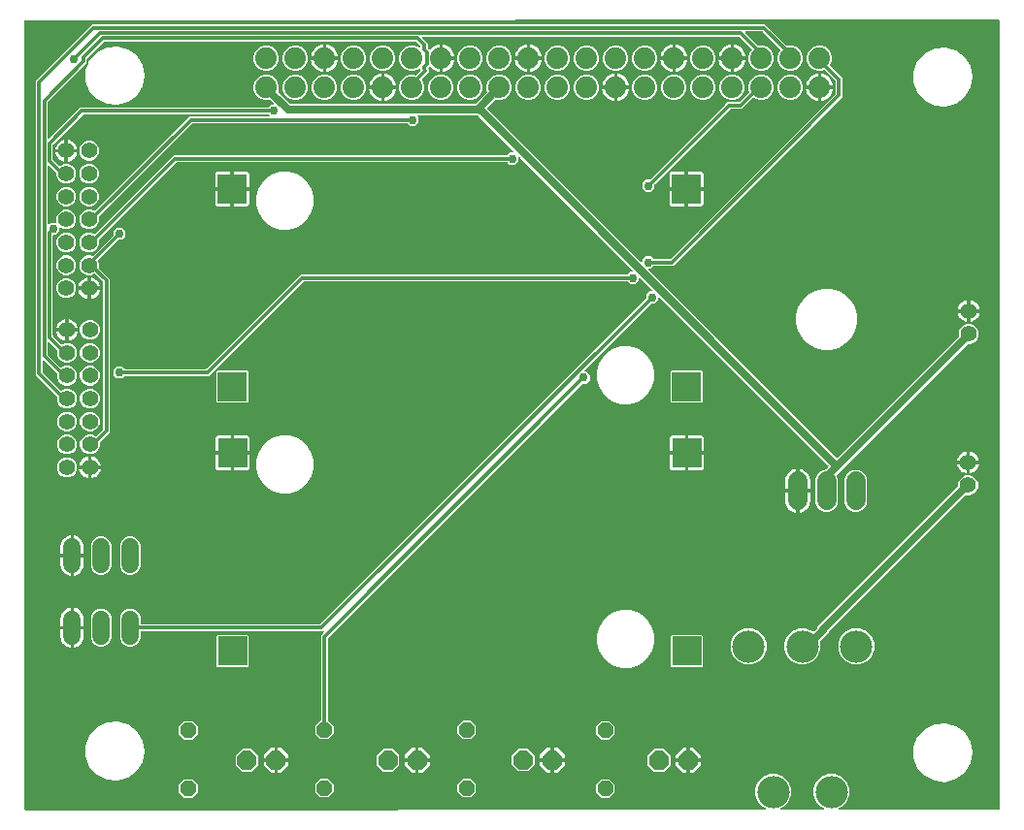
<source format=gbr>
G04 EAGLE Gerber RS-274X export*
G75*
%MOMM*%
%FSLAX34Y34*%
%LPD*%
%INBottom Copper*%
%IPPOS*%
%AMOC8*
5,1,8,0,0,1.08239X$1,22.5*%
G01*
%ADD10C,1.422400*%
%ADD11C,1.879600*%
%ADD12P,1.814519X8X22.500000*%
%ADD13P,1.429621X8X112.500000*%
%ADD14P,1.429621X8X292.500000*%
%ADD15R,2.500000X2.500000*%
%ADD16C,2.819400*%
%ADD17C,1.408000*%
%ADD18C,1.508000*%
%ADD19C,1.676400*%
%ADD20C,0.300000*%
%ADD21C,0.756400*%
%ADD22C,0.700000*%

G36*
X857524Y299013D02*
X857524Y299013D01*
X857620Y299029D01*
X857716Y299038D01*
X857740Y299049D01*
X857766Y299053D01*
X857852Y299098D01*
X857941Y299138D01*
X857960Y299156D01*
X857984Y299168D01*
X858051Y299239D01*
X858122Y299304D01*
X858135Y299327D01*
X858153Y299347D01*
X858194Y299435D01*
X858241Y299520D01*
X858245Y299546D01*
X858256Y299570D01*
X858267Y299666D01*
X858284Y299762D01*
X858281Y299788D01*
X858283Y299814D01*
X858263Y299909D01*
X858249Y300005D01*
X858237Y300029D01*
X858231Y300055D01*
X858181Y300138D01*
X858137Y300224D01*
X858118Y300243D01*
X858105Y300266D01*
X858031Y300328D01*
X857961Y300397D01*
X857932Y300413D01*
X857918Y300425D01*
X857887Y300438D01*
X857815Y300478D01*
X855451Y301457D01*
X851057Y305851D01*
X848678Y311593D01*
X848678Y317807D01*
X851057Y323549D01*
X855451Y327943D01*
X861193Y330322D01*
X867407Y330322D01*
X873149Y327943D01*
X877543Y323549D01*
X879922Y317807D01*
X879922Y311593D01*
X877543Y305851D01*
X873149Y301457D01*
X870808Y300487D01*
X870725Y300435D01*
X870639Y300390D01*
X870621Y300371D01*
X870599Y300357D01*
X870537Y300282D01*
X870470Y300211D01*
X870459Y300188D01*
X870442Y300168D01*
X870407Y300077D01*
X870366Y299988D01*
X870363Y299962D01*
X870354Y299938D01*
X870350Y299841D01*
X870339Y299744D01*
X870345Y299718D01*
X870344Y299692D01*
X870371Y299598D01*
X870392Y299503D01*
X870405Y299481D01*
X870412Y299456D01*
X870468Y299376D01*
X870518Y299292D01*
X870538Y299275D01*
X870552Y299254D01*
X870631Y299196D01*
X870705Y299132D01*
X870729Y299123D01*
X870750Y299107D01*
X870843Y299077D01*
X870933Y299041D01*
X870965Y299037D01*
X870984Y299031D01*
X871017Y299031D01*
X871100Y299022D01*
X908239Y299048D01*
X908335Y299064D01*
X908432Y299073D01*
X908456Y299084D01*
X908482Y299088D01*
X908568Y299133D01*
X908657Y299173D01*
X908676Y299191D01*
X908699Y299203D01*
X908766Y299274D01*
X908838Y299339D01*
X908850Y299362D01*
X908869Y299382D01*
X908909Y299470D01*
X908956Y299555D01*
X908961Y299581D01*
X908972Y299605D01*
X908983Y299701D01*
X909000Y299797D01*
X908996Y299823D01*
X908999Y299849D01*
X908978Y299944D01*
X908964Y300040D01*
X908952Y300064D01*
X908947Y300089D01*
X908897Y300173D01*
X908853Y300259D01*
X908834Y300278D01*
X908820Y300301D01*
X908747Y300363D01*
X908677Y300432D01*
X908648Y300448D01*
X908633Y300460D01*
X908603Y300473D01*
X908530Y300512D01*
X906251Y301457D01*
X901857Y305851D01*
X899478Y311593D01*
X899478Y317807D01*
X901857Y323549D01*
X906251Y327943D01*
X911993Y330322D01*
X918207Y330322D01*
X923949Y327943D01*
X928343Y323549D01*
X930722Y317807D01*
X930722Y311593D01*
X928343Y305851D01*
X923949Y301457D01*
X921693Y300522D01*
X921610Y300470D01*
X921523Y300425D01*
X921506Y300406D01*
X921484Y300392D01*
X921421Y300317D01*
X921354Y300246D01*
X921343Y300223D01*
X921327Y300203D01*
X921292Y300112D01*
X921251Y300023D01*
X921248Y299997D01*
X921239Y299973D01*
X921234Y299876D01*
X921224Y299779D01*
X921229Y299753D01*
X921228Y299727D01*
X921255Y299634D01*
X921276Y299538D01*
X921290Y299516D01*
X921297Y299491D01*
X921352Y299411D01*
X921403Y299327D01*
X921422Y299311D01*
X921437Y299289D01*
X921516Y299231D01*
X921590Y299168D01*
X921614Y299158D01*
X921634Y299142D01*
X921727Y299112D01*
X921818Y299076D01*
X921850Y299072D01*
X921868Y299066D01*
X921901Y299067D01*
X921985Y299057D01*
X1061079Y299153D01*
X1061098Y299156D01*
X1061117Y299154D01*
X1061219Y299176D01*
X1061321Y299193D01*
X1061339Y299202D01*
X1061358Y299206D01*
X1061447Y299260D01*
X1061539Y299308D01*
X1061552Y299323D01*
X1061569Y299333D01*
X1061636Y299412D01*
X1061708Y299487D01*
X1061716Y299505D01*
X1061729Y299520D01*
X1061768Y299616D01*
X1061811Y299710D01*
X1061813Y299729D01*
X1061821Y299748D01*
X1061839Y299914D01*
X1061839Y988071D01*
X1061836Y988090D01*
X1061838Y988111D01*
X1061816Y988212D01*
X1061800Y988313D01*
X1061790Y988331D01*
X1061786Y988351D01*
X1061733Y988440D01*
X1061684Y988531D01*
X1061670Y988545D01*
X1061659Y988562D01*
X1061581Y988629D01*
X1061506Y988700D01*
X1061488Y988709D01*
X1061472Y988722D01*
X1061377Y988760D01*
X1061283Y988804D01*
X1061263Y988806D01*
X1061244Y988813D01*
X1061077Y988832D01*
X211921Y988247D01*
X211902Y988244D01*
X211883Y988246D01*
X211781Y988224D01*
X211679Y988207D01*
X211661Y988198D01*
X211642Y988194D01*
X211553Y988140D01*
X211461Y988092D01*
X211448Y988077D01*
X211431Y988067D01*
X211364Y987988D01*
X211292Y987913D01*
X211284Y987895D01*
X211271Y987880D01*
X211232Y987784D01*
X211189Y987690D01*
X211187Y987671D01*
X211179Y987652D01*
X211161Y987486D01*
X211161Y299329D01*
X211164Y299310D01*
X211162Y299289D01*
X211184Y299188D01*
X211200Y299087D01*
X211210Y299069D01*
X211214Y299049D01*
X211267Y298960D01*
X211316Y298869D01*
X211330Y298855D01*
X211341Y298838D01*
X211419Y298771D01*
X211494Y298700D01*
X211512Y298691D01*
X211528Y298678D01*
X211623Y298640D01*
X211717Y298596D01*
X211737Y298594D01*
X211756Y298587D01*
X211923Y298568D01*
X857524Y299013D01*
G37*
%LPC*%
G36*
X469533Y360771D02*
X469533Y360771D01*
X464771Y365533D01*
X464771Y372267D01*
X469510Y377006D01*
X469563Y377080D01*
X469623Y377149D01*
X469635Y377180D01*
X469654Y377206D01*
X469681Y377293D01*
X469715Y377378D01*
X469719Y377419D01*
X469726Y377441D01*
X469725Y377473D01*
X469733Y377544D01*
X469733Y451391D01*
X471728Y453386D01*
X472073Y453731D01*
X472115Y453789D01*
X472164Y453841D01*
X472186Y453888D01*
X472217Y453930D01*
X472238Y453999D01*
X472268Y454064D01*
X472274Y454116D01*
X472289Y454166D01*
X472287Y454237D01*
X472295Y454308D01*
X472284Y454359D01*
X472283Y454411D01*
X472258Y454479D01*
X472243Y454549D01*
X472216Y454593D01*
X472198Y454642D01*
X472153Y454698D01*
X472117Y454760D01*
X472077Y454794D01*
X472045Y454834D01*
X471984Y454873D01*
X471930Y454920D01*
X471881Y454939D01*
X471838Y454967D01*
X471768Y454985D01*
X471702Y455012D01*
X471630Y455020D01*
X471599Y455028D01*
X471576Y455026D01*
X471535Y455030D01*
X313426Y455030D01*
X313406Y455027D01*
X313387Y455029D01*
X313285Y455007D01*
X313183Y454991D01*
X313166Y454981D01*
X313146Y454977D01*
X313057Y454924D01*
X312966Y454875D01*
X312952Y454861D01*
X312935Y454851D01*
X312868Y454772D01*
X312796Y454697D01*
X312788Y454679D01*
X312775Y454664D01*
X312736Y454568D01*
X312693Y454474D01*
X312691Y454454D01*
X312683Y454436D01*
X312665Y454269D01*
X312665Y448557D01*
X311285Y445225D01*
X308735Y442675D01*
X305403Y441295D01*
X301797Y441295D01*
X298465Y442675D01*
X295915Y445225D01*
X294535Y448557D01*
X294535Y467243D01*
X295915Y470575D01*
X298465Y473125D01*
X301797Y474505D01*
X305403Y474505D01*
X308735Y473125D01*
X311285Y470575D01*
X312665Y467243D01*
X312665Y461841D01*
X312668Y461821D01*
X312666Y461802D01*
X312688Y461700D01*
X312704Y461598D01*
X312714Y461581D01*
X312718Y461561D01*
X312771Y461472D01*
X312820Y461381D01*
X312834Y461367D01*
X312844Y461350D01*
X312923Y461283D01*
X312998Y461211D01*
X313016Y461203D01*
X313031Y461190D01*
X313127Y461151D01*
X313221Y461108D01*
X313241Y461106D01*
X313259Y461098D01*
X313426Y461080D01*
X468928Y461080D01*
X469018Y461094D01*
X469109Y461102D01*
X469139Y461114D01*
X469171Y461119D01*
X469251Y461162D01*
X469335Y461198D01*
X469367Y461224D01*
X469388Y461235D01*
X469410Y461258D01*
X469466Y461303D01*
X753371Y745208D01*
X753424Y745282D01*
X753484Y745351D01*
X753496Y745381D01*
X753515Y745408D01*
X753542Y745495D01*
X753576Y745579D01*
X753580Y745620D01*
X753587Y745643D01*
X753586Y745675D01*
X753594Y745746D01*
X753594Y748658D01*
X756703Y751767D01*
X758222Y751767D01*
X758293Y751778D01*
X758365Y751780D01*
X758414Y751798D01*
X758465Y751806D01*
X758528Y751840D01*
X758596Y751865D01*
X758637Y751897D01*
X758683Y751922D01*
X758732Y751973D01*
X758788Y752018D01*
X758816Y752062D01*
X758852Y752100D01*
X758882Y752165D01*
X758921Y752225D01*
X758934Y752276D01*
X758956Y752323D01*
X758963Y752394D01*
X758981Y752464D01*
X758977Y752516D01*
X758983Y752567D01*
X758967Y752638D01*
X758962Y752709D01*
X758941Y752757D01*
X758930Y752808D01*
X758894Y752869D01*
X758866Y752935D01*
X758821Y752991D01*
X758804Y753019D01*
X758786Y753034D01*
X758761Y753066D01*
X748542Y763285D01*
X748484Y763327D01*
X748432Y763376D01*
X748385Y763398D01*
X748343Y763428D01*
X748274Y763449D01*
X748209Y763480D01*
X748157Y763485D01*
X748107Y763501D01*
X748036Y763499D01*
X747965Y763507D01*
X747914Y763496D01*
X747862Y763494D01*
X747794Y763470D01*
X747724Y763454D01*
X747680Y763428D01*
X747631Y763410D01*
X747575Y763365D01*
X747513Y763328D01*
X747479Y763289D01*
X747439Y763256D01*
X747400Y763196D01*
X747353Y763141D01*
X747334Y763093D01*
X747306Y763049D01*
X747288Y762980D01*
X747261Y762913D01*
X747253Y762842D01*
X747245Y762811D01*
X747247Y762787D01*
X747243Y762746D01*
X747243Y761227D01*
X744134Y758118D01*
X739738Y758118D01*
X737679Y760177D01*
X737605Y760230D01*
X737535Y760290D01*
X737505Y760302D01*
X737479Y760321D01*
X737392Y760348D01*
X737307Y760382D01*
X737266Y760386D01*
X737244Y760393D01*
X737212Y760392D01*
X737141Y760400D01*
X455099Y760400D01*
X455009Y760386D01*
X454918Y760378D01*
X454888Y760366D01*
X454856Y760361D01*
X454776Y760318D01*
X454692Y760282D01*
X454660Y760256D01*
X454639Y760245D01*
X454617Y760222D01*
X454561Y760177D01*
X372221Y677837D01*
X298855Y677837D01*
X298765Y677823D01*
X298674Y677815D01*
X298645Y677803D01*
X298613Y677798D01*
X298532Y677755D01*
X298448Y677719D01*
X298416Y677693D01*
X298395Y677682D01*
X298373Y677659D01*
X298317Y677614D01*
X296258Y675555D01*
X291862Y675555D01*
X288753Y678664D01*
X288753Y683060D01*
X291862Y686169D01*
X296258Y686169D01*
X298317Y684110D01*
X298391Y684057D01*
X298461Y683997D01*
X298491Y683985D01*
X298517Y683966D01*
X298604Y683939D01*
X298689Y683905D01*
X298730Y683901D01*
X298752Y683894D01*
X298784Y683895D01*
X298855Y683887D01*
X369400Y683887D01*
X369490Y683901D01*
X369581Y683909D01*
X369611Y683921D01*
X369643Y683926D01*
X369723Y683969D01*
X369807Y684005D01*
X369839Y684031D01*
X369860Y684042D01*
X369882Y684065D01*
X369938Y684110D01*
X452278Y766450D01*
X737141Y766450D01*
X737231Y766464D01*
X737322Y766472D01*
X737351Y766484D01*
X737383Y766489D01*
X737464Y766532D01*
X737548Y766568D01*
X737580Y766594D01*
X737601Y766605D01*
X737623Y766628D01*
X737679Y766673D01*
X739738Y768732D01*
X741257Y768732D01*
X741328Y768743D01*
X741400Y768745D01*
X741449Y768763D01*
X741500Y768771D01*
X741563Y768805D01*
X741631Y768830D01*
X741672Y768862D01*
X741718Y768887D01*
X741767Y768938D01*
X741823Y768983D01*
X741851Y769027D01*
X741887Y769065D01*
X741917Y769130D01*
X741956Y769190D01*
X741969Y769241D01*
X741991Y769288D01*
X741998Y769359D01*
X742016Y769429D01*
X742012Y769481D01*
X742018Y769532D01*
X742002Y769603D01*
X741997Y769674D01*
X741976Y769722D01*
X741965Y769773D01*
X741929Y769834D01*
X741901Y769900D01*
X741856Y769956D01*
X741839Y769984D01*
X741821Y769999D01*
X741796Y770031D01*
X643359Y868468D01*
X643301Y868510D01*
X643249Y868559D01*
X643202Y868581D01*
X643160Y868611D01*
X643091Y868632D01*
X643026Y868663D01*
X642974Y868668D01*
X642924Y868684D01*
X642853Y868682D01*
X642782Y868690D01*
X642731Y868679D01*
X642679Y868677D01*
X642611Y868653D01*
X642541Y868637D01*
X642497Y868611D01*
X642448Y868593D01*
X642392Y868548D01*
X642330Y868511D01*
X642296Y868472D01*
X642256Y868439D01*
X642217Y868379D01*
X642170Y868324D01*
X642151Y868276D01*
X642123Y868232D01*
X642105Y868163D01*
X642078Y868096D01*
X642070Y868025D01*
X642062Y867994D01*
X642064Y867970D01*
X642060Y867929D01*
X642060Y865279D01*
X638951Y862170D01*
X634555Y862170D01*
X632496Y864229D01*
X632422Y864282D01*
X632352Y864342D01*
X632322Y864354D01*
X632296Y864373D01*
X632209Y864400D01*
X632124Y864434D01*
X632083Y864438D01*
X632061Y864445D01*
X632029Y864444D01*
X631958Y864452D01*
X344261Y864452D01*
X344171Y864438D01*
X344080Y864430D01*
X344050Y864418D01*
X344018Y864413D01*
X343938Y864370D01*
X343854Y864334D01*
X343822Y864308D01*
X343801Y864297D01*
X343779Y864274D01*
X343723Y864229D01*
X276429Y796935D01*
X276383Y796871D01*
X276366Y796854D01*
X276359Y796839D01*
X276291Y796747D01*
X276289Y796741D01*
X276285Y796736D01*
X276251Y796624D01*
X276215Y796513D01*
X276215Y796506D01*
X276213Y796500D01*
X276216Y796383D01*
X276217Y796267D01*
X276219Y796260D01*
X276219Y796255D01*
X276226Y796237D01*
X276264Y796106D01*
X276265Y796104D01*
X276265Y792696D01*
X274961Y789548D01*
X272552Y787139D01*
X269404Y785835D01*
X265996Y785835D01*
X262848Y787139D01*
X260439Y789548D01*
X259135Y792696D01*
X259135Y796104D01*
X260439Y799252D01*
X262848Y801661D01*
X265996Y802965D01*
X269404Y802965D01*
X272115Y801842D01*
X272229Y801815D01*
X272342Y801786D01*
X272349Y801787D01*
X272355Y801785D01*
X272471Y801796D01*
X272588Y801805D01*
X272593Y801808D01*
X272600Y801808D01*
X272707Y801856D01*
X272814Y801902D01*
X272820Y801906D01*
X272824Y801908D01*
X272838Y801921D01*
X272945Y802007D01*
X339445Y868507D01*
X341440Y870502D01*
X631958Y870502D01*
X632048Y870516D01*
X632139Y870524D01*
X632168Y870536D01*
X632200Y870541D01*
X632281Y870584D01*
X632365Y870620D01*
X632397Y870646D01*
X632418Y870657D01*
X632440Y870680D01*
X632496Y870725D01*
X634555Y872784D01*
X637205Y872784D01*
X637276Y872795D01*
X637348Y872797D01*
X637397Y872815D01*
X637448Y872823D01*
X637511Y872857D01*
X637579Y872882D01*
X637620Y872914D01*
X637666Y872939D01*
X637715Y872990D01*
X637771Y873035D01*
X637799Y873079D01*
X637835Y873117D01*
X637865Y873182D01*
X637904Y873242D01*
X637917Y873293D01*
X637939Y873340D01*
X637946Y873411D01*
X637964Y873481D01*
X637960Y873533D01*
X637966Y873584D01*
X637950Y873655D01*
X637945Y873726D01*
X637924Y873774D01*
X637913Y873825D01*
X637877Y873886D01*
X637849Y873952D01*
X637804Y874008D01*
X637787Y874036D01*
X637769Y874051D01*
X637744Y874083D01*
X607022Y904805D01*
X606947Y904859D01*
X606877Y904919D01*
X606840Y904935D01*
X606822Y904949D01*
X606791Y904958D01*
X606724Y904989D01*
X605518Y905391D01*
X605480Y905397D01*
X605444Y905412D01*
X605277Y905430D01*
X554985Y905430D01*
X554915Y905419D01*
X554843Y905417D01*
X554794Y905399D01*
X554743Y905391D01*
X554679Y905357D01*
X554612Y905332D01*
X554571Y905300D01*
X554525Y905275D01*
X554476Y905223D01*
X554420Y905179D01*
X554392Y905135D01*
X554356Y905097D01*
X554326Y905032D01*
X554287Y904972D01*
X554274Y904921D01*
X554252Y904874D01*
X554244Y904803D01*
X554227Y904733D01*
X554231Y904681D01*
X554225Y904630D01*
X554240Y904559D01*
X554246Y904488D01*
X554266Y904440D01*
X554277Y904389D01*
X554314Y904328D01*
X554342Y904262D01*
X554387Y904206D01*
X554404Y904178D01*
X554421Y904163D01*
X554447Y904131D01*
X554973Y903605D01*
X554973Y899209D01*
X551864Y896100D01*
X547468Y896100D01*
X545409Y898159D01*
X545335Y898212D01*
X545265Y898272D01*
X545235Y898284D01*
X545209Y898303D01*
X545122Y898330D01*
X545037Y898364D01*
X544996Y898368D01*
X544974Y898375D01*
X544942Y898374D01*
X544871Y898382D01*
X357833Y898382D01*
X357743Y898368D01*
X357652Y898360D01*
X357622Y898348D01*
X357590Y898343D01*
X357510Y898300D01*
X357426Y898264D01*
X357394Y898238D01*
X357373Y898227D01*
X357351Y898204D01*
X357295Y898159D01*
X276324Y817188D01*
X276257Y817094D01*
X276186Y817000D01*
X276184Y816994D01*
X276181Y816989D01*
X276146Y816878D01*
X276110Y816766D01*
X276110Y816760D01*
X276108Y816754D01*
X276111Y816637D01*
X276112Y816520D01*
X276114Y816513D01*
X276115Y816508D01*
X276121Y816490D01*
X276159Y816359D01*
X276265Y816104D01*
X276265Y812696D01*
X274961Y809548D01*
X272552Y807139D01*
X269404Y805835D01*
X265996Y805835D01*
X262848Y807139D01*
X260439Y809548D01*
X259135Y812696D01*
X259135Y816104D01*
X260439Y819252D01*
X262848Y821661D01*
X265996Y822965D01*
X269404Y822965D01*
X271862Y821946D01*
X271976Y821920D01*
X272089Y821891D01*
X272096Y821892D01*
X272102Y821890D01*
X272218Y821901D01*
X272335Y821910D01*
X272340Y821913D01*
X272347Y821913D01*
X272454Y821961D01*
X272561Y822007D01*
X272567Y822011D01*
X272571Y822013D01*
X272585Y822026D01*
X272692Y822111D01*
X353017Y902437D01*
X355012Y904432D01*
X424199Y904432D01*
X424269Y904443D01*
X424341Y904445D01*
X424390Y904463D01*
X424441Y904471D01*
X424505Y904505D01*
X424572Y904530D01*
X424613Y904562D01*
X424659Y904587D01*
X424708Y904638D01*
X424764Y904683D01*
X424792Y904727D01*
X424828Y904765D01*
X424858Y904830D01*
X424897Y904890D01*
X424910Y904941D01*
X424932Y904988D01*
X424940Y905059D01*
X424957Y905129D01*
X424953Y905181D01*
X424959Y905232D01*
X424944Y905303D01*
X424938Y905374D01*
X424918Y905422D01*
X424907Y905473D01*
X424870Y905534D01*
X424842Y905600D01*
X424797Y905656D01*
X424780Y905684D01*
X424763Y905699D01*
X424737Y905731D01*
X424392Y906076D01*
X424318Y906129D01*
X424248Y906189D01*
X424218Y906201D01*
X424192Y906220D01*
X424105Y906247D01*
X424020Y906281D01*
X423979Y906285D01*
X423957Y906292D01*
X423925Y906291D01*
X423854Y906299D01*
X262829Y906299D01*
X262739Y906285D01*
X262648Y906277D01*
X262618Y906265D01*
X262586Y906260D01*
X262506Y906217D01*
X262422Y906181D01*
X262390Y906155D01*
X262369Y906144D01*
X262347Y906121D01*
X262291Y906076D01*
X236234Y880019D01*
X236181Y879945D01*
X236121Y879876D01*
X236109Y879846D01*
X236090Y879819D01*
X236063Y879732D01*
X236029Y879648D01*
X236025Y879607D01*
X236018Y879584D01*
X236019Y879552D01*
X236011Y879481D01*
X236011Y866783D01*
X236025Y866693D01*
X236033Y866602D01*
X236045Y866572D01*
X236050Y866540D01*
X236093Y866460D01*
X236129Y866376D01*
X236155Y866344D01*
X236166Y866323D01*
X236189Y866301D01*
X236234Y866245D01*
X241295Y861184D01*
X241311Y861172D01*
X241323Y861157D01*
X241410Y861101D01*
X241495Y861040D01*
X241514Y861034D01*
X241530Y861024D01*
X241631Y860998D01*
X241730Y860968D01*
X241750Y860968D01*
X241769Y860964D01*
X241872Y860972D01*
X241976Y860974D01*
X241994Y860981D01*
X242014Y860983D01*
X242109Y861023D01*
X242207Y861059D01*
X242222Y861071D01*
X242240Y861079D01*
X242371Y861184D01*
X242848Y861661D01*
X245996Y862965D01*
X249404Y862965D01*
X252552Y861661D01*
X254961Y859252D01*
X256265Y856104D01*
X256265Y852696D01*
X254961Y849548D01*
X252552Y847139D01*
X249404Y845835D01*
X245996Y845835D01*
X242848Y847139D01*
X240439Y849548D01*
X239135Y852696D01*
X239135Y854473D01*
X239121Y854563D01*
X239113Y854654D01*
X239101Y854684D01*
X239096Y854716D01*
X239053Y854796D01*
X239017Y854880D01*
X238991Y854912D01*
X238980Y854933D01*
X238957Y854955D01*
X238912Y855011D01*
X232786Y861137D01*
X232728Y861179D01*
X232676Y861228D01*
X232629Y861250D01*
X232587Y861281D01*
X232518Y861302D01*
X232453Y861332D01*
X232401Y861338D01*
X232351Y861353D01*
X232280Y861351D01*
X232209Y861359D01*
X232158Y861348D01*
X232106Y861347D01*
X232038Y861322D01*
X231968Y861307D01*
X231924Y861280D01*
X231875Y861262D01*
X231819Y861217D01*
X231757Y861181D01*
X231723Y861141D01*
X231683Y861109D01*
X231644Y861048D01*
X231597Y860994D01*
X231578Y860945D01*
X231550Y860902D01*
X231532Y860832D01*
X231505Y860766D01*
X231497Y860694D01*
X231489Y860663D01*
X231491Y860640D01*
X231487Y860599D01*
X231487Y810853D01*
X231498Y810783D01*
X231500Y810711D01*
X231518Y810662D01*
X231526Y810611D01*
X231560Y810547D01*
X231585Y810480D01*
X231617Y810439D01*
X231642Y810393D01*
X231694Y810344D01*
X231738Y810288D01*
X231782Y810260D01*
X231820Y810224D01*
X231885Y810194D01*
X231945Y810155D01*
X231996Y810142D01*
X232043Y810120D01*
X232114Y810112D01*
X232184Y810095D01*
X232236Y810099D01*
X232287Y810093D01*
X232358Y810108D01*
X232429Y810114D01*
X232477Y810134D01*
X232528Y810145D01*
X232589Y810182D01*
X232655Y810210D01*
X232711Y810255D01*
X232739Y810272D01*
X232754Y810289D01*
X232786Y810315D01*
X234181Y811710D01*
X238405Y811710D01*
X238450Y811717D01*
X238496Y811715D01*
X238571Y811737D01*
X238647Y811749D01*
X238688Y811771D01*
X238732Y811784D01*
X238796Y811828D01*
X238865Y811865D01*
X238896Y811898D01*
X238934Y811924D01*
X238981Y811987D01*
X239034Y812043D01*
X239054Y812085D01*
X239081Y812122D01*
X239105Y812196D01*
X239138Y812266D01*
X239143Y812312D01*
X239157Y812356D01*
X239156Y812433D01*
X239165Y812510D01*
X239155Y812555D01*
X239155Y812601D01*
X239135Y812668D01*
X239135Y816104D01*
X240439Y819252D01*
X242848Y821661D01*
X245996Y822965D01*
X249404Y822965D01*
X252552Y821661D01*
X254961Y819252D01*
X256265Y816104D01*
X256265Y812696D01*
X254961Y809548D01*
X252552Y807139D01*
X249404Y805835D01*
X245996Y805835D01*
X242738Y807185D01*
X242694Y807195D01*
X242652Y807215D01*
X242575Y807223D01*
X242499Y807241D01*
X242453Y807237D01*
X242408Y807242D01*
X242331Y807225D01*
X242254Y807218D01*
X242212Y807199D01*
X242167Y807189D01*
X242100Y807149D01*
X242029Y807118D01*
X241995Y807087D01*
X241956Y807063D01*
X241905Y807004D01*
X241848Y806951D01*
X241826Y806911D01*
X241796Y806876D01*
X241767Y806804D01*
X241730Y806736D01*
X241721Y806691D01*
X241704Y806648D01*
X241689Y806512D01*
X241686Y806494D01*
X241687Y806489D01*
X241686Y806481D01*
X241686Y804205D01*
X238577Y801096D01*
X236772Y801096D01*
X236752Y801093D01*
X236733Y801095D01*
X236631Y801073D01*
X236529Y801057D01*
X236512Y801047D01*
X236492Y801043D01*
X236403Y800990D01*
X236312Y800941D01*
X236298Y800927D01*
X236281Y800917D01*
X236214Y800838D01*
X236142Y800763D01*
X236134Y800745D01*
X236121Y800730D01*
X236082Y800634D01*
X236039Y800540D01*
X236037Y800520D01*
X236029Y800502D01*
X236011Y800335D01*
X236011Y712967D01*
X236025Y712877D01*
X236033Y712786D01*
X236045Y712756D01*
X236050Y712724D01*
X236093Y712644D01*
X236129Y712560D01*
X236155Y712528D01*
X236166Y712507D01*
X236189Y712485D01*
X236234Y712429D01*
X243056Y705607D01*
X243150Y705539D01*
X243244Y705469D01*
X243250Y705467D01*
X243255Y705463D01*
X243367Y705429D01*
X243478Y705393D01*
X243485Y705393D01*
X243491Y705391D01*
X243607Y705394D01*
X243724Y705395D01*
X243731Y705397D01*
X243736Y705397D01*
X243754Y705404D01*
X243885Y705442D01*
X246596Y706565D01*
X250004Y706565D01*
X253152Y705261D01*
X255561Y702852D01*
X256865Y699704D01*
X256865Y696296D01*
X255561Y693148D01*
X253152Y690739D01*
X250004Y689435D01*
X246596Y689435D01*
X243448Y690739D01*
X241039Y693148D01*
X239735Y696296D01*
X239735Y699704D01*
X239736Y699706D01*
X239763Y699820D01*
X239792Y699934D01*
X239791Y699940D01*
X239793Y699946D01*
X239782Y700062D01*
X239773Y700179D01*
X239770Y700184D01*
X239769Y700191D01*
X239721Y700299D01*
X239676Y700405D01*
X239672Y700411D01*
X239670Y700415D01*
X239657Y700430D01*
X239571Y700536D01*
X232786Y707321D01*
X232728Y707363D01*
X232676Y707412D01*
X232629Y707434D01*
X232587Y707465D01*
X232518Y707486D01*
X232453Y707516D01*
X232401Y707522D01*
X232351Y707537D01*
X232280Y707535D01*
X232209Y707543D01*
X232158Y707532D01*
X232106Y707531D01*
X232038Y707506D01*
X231968Y707491D01*
X231924Y707464D01*
X231875Y707446D01*
X231819Y707401D01*
X231757Y707365D01*
X231723Y707325D01*
X231683Y707293D01*
X231644Y707232D01*
X231597Y707178D01*
X231578Y707129D01*
X231550Y707086D01*
X231532Y707016D01*
X231505Y706950D01*
X231497Y706878D01*
X231489Y706847D01*
X231491Y706824D01*
X231487Y706783D01*
X231487Y697133D01*
X231501Y697043D01*
X231509Y696952D01*
X231521Y696922D01*
X231526Y696890D01*
X231569Y696810D01*
X231605Y696726D01*
X231631Y696694D01*
X231642Y696673D01*
X231665Y696651D01*
X231710Y696595D01*
X242803Y685502D01*
X242881Y685445D01*
X242942Y685394D01*
X242963Y685385D01*
X242991Y685364D01*
X242997Y685362D01*
X243002Y685358D01*
X243113Y685324D01*
X243117Y685323D01*
X243170Y685302D01*
X243189Y685300D01*
X243225Y685288D01*
X243231Y685288D01*
X243237Y685286D01*
X243297Y685288D01*
X243337Y685283D01*
X243351Y685283D01*
X243389Y685289D01*
X243471Y685290D01*
X243478Y685292D01*
X243483Y685292D01*
X243501Y685299D01*
X243571Y685319D01*
X243594Y685323D01*
X243606Y685329D01*
X243632Y685337D01*
X246596Y686565D01*
X250004Y686565D01*
X253152Y685261D01*
X255561Y682852D01*
X256865Y679704D01*
X256865Y676296D01*
X255561Y673148D01*
X253152Y670739D01*
X250004Y669435D01*
X246596Y669435D01*
X243448Y670739D01*
X241039Y673148D01*
X239735Y676296D01*
X239735Y679699D01*
X239721Y679789D01*
X239713Y679880D01*
X239701Y679910D01*
X239696Y679942D01*
X239653Y680022D01*
X239617Y680106D01*
X239591Y680138D01*
X239580Y680159D01*
X239557Y680181D01*
X239512Y680237D01*
X228262Y691487D01*
X228204Y691529D01*
X228152Y691578D01*
X228105Y691600D01*
X228063Y691631D01*
X227994Y691652D01*
X227929Y691682D01*
X227877Y691688D01*
X227827Y691703D01*
X227756Y691701D01*
X227685Y691709D01*
X227634Y691698D01*
X227582Y691697D01*
X227514Y691672D01*
X227444Y691657D01*
X227400Y691630D01*
X227351Y691612D01*
X227295Y691567D01*
X227233Y691531D01*
X227199Y691491D01*
X227159Y691459D01*
X227120Y691398D01*
X227073Y691344D01*
X227054Y691295D01*
X227026Y691252D01*
X227008Y691182D01*
X226981Y691116D01*
X226973Y691044D01*
X226965Y691013D01*
X226967Y690990D01*
X226963Y690949D01*
X226963Y681299D01*
X226977Y681209D01*
X226985Y681118D01*
X226997Y681088D01*
X227002Y681056D01*
X227045Y680976D01*
X227081Y680892D01*
X227107Y680860D01*
X227118Y680839D01*
X227141Y680817D01*
X227186Y680761D01*
X242549Y665397D01*
X242643Y665330D01*
X242738Y665259D01*
X242744Y665257D01*
X242749Y665254D01*
X242860Y665219D01*
X242972Y665183D01*
X242978Y665183D01*
X242984Y665181D01*
X243101Y665184D01*
X243218Y665185D01*
X243225Y665187D01*
X243230Y665188D01*
X243248Y665194D01*
X243379Y665232D01*
X246596Y666565D01*
X250004Y666565D01*
X253152Y665261D01*
X255561Y662852D01*
X256865Y659704D01*
X256865Y656296D01*
X255561Y653148D01*
X253152Y650739D01*
X250004Y649435D01*
X246596Y649435D01*
X243448Y650739D01*
X241039Y653148D01*
X239735Y656296D01*
X239735Y659341D01*
X239721Y659431D01*
X239713Y659522D01*
X239701Y659552D01*
X239696Y659584D01*
X239653Y659664D01*
X239617Y659748D01*
X239591Y659780D01*
X239580Y659801D01*
X239557Y659823D01*
X239512Y659879D01*
X220913Y678478D01*
X220913Y935459D01*
X270187Y984733D01*
X857420Y984733D01*
X876092Y966061D01*
X876186Y965993D01*
X876280Y965923D01*
X876286Y965921D01*
X876291Y965917D01*
X876403Y965883D01*
X876514Y965847D01*
X876520Y965847D01*
X876526Y965845D01*
X876643Y965848D01*
X876760Y965849D01*
X876767Y965851D01*
X876772Y965851D01*
X876790Y965858D01*
X876921Y965896D01*
X877227Y966023D01*
X881573Y966023D01*
X885587Y964360D01*
X888660Y961287D01*
X890323Y957273D01*
X890323Y952927D01*
X888660Y948913D01*
X885587Y945840D01*
X881573Y944177D01*
X877227Y944177D01*
X873213Y945840D01*
X870140Y948913D01*
X868477Y952927D01*
X868477Y957273D01*
X870140Y961287D01*
X870687Y961834D01*
X870699Y961850D01*
X870714Y961863D01*
X870767Y961945D01*
X870772Y961950D01*
X870775Y961957D01*
X870830Y962034D01*
X870836Y962053D01*
X870847Y962069D01*
X870870Y962161D01*
X870876Y962173D01*
X870877Y962185D01*
X870903Y962269D01*
X870902Y962289D01*
X870907Y962308D01*
X870900Y962395D01*
X870903Y962418D01*
X870898Y962438D01*
X870896Y962515D01*
X870890Y962533D01*
X870888Y962553D01*
X870858Y962624D01*
X870851Y962658D01*
X870834Y962686D01*
X870812Y962746D01*
X870799Y962761D01*
X870792Y962780D01*
X870737Y962848D01*
X870724Y962869D01*
X870710Y962881D01*
X870687Y962911D01*
X855137Y978460D01*
X855063Y978513D01*
X854994Y978573D01*
X854964Y978585D01*
X854937Y978604D01*
X854850Y978631D01*
X854766Y978665D01*
X854725Y978669D01*
X854702Y978676D01*
X854670Y978675D01*
X854599Y978683D01*
X840425Y978683D01*
X840354Y978672D01*
X840283Y978670D01*
X840234Y978652D01*
X840182Y978644D01*
X840119Y978610D01*
X840052Y978585D01*
X840011Y978553D01*
X839965Y978528D01*
X839916Y978477D01*
X839860Y978432D01*
X839831Y978388D01*
X839796Y978350D01*
X839765Y978285D01*
X839727Y978225D01*
X839714Y978174D01*
X839692Y978127D01*
X839684Y978056D01*
X839667Y977986D01*
X839671Y977934D01*
X839665Y977883D01*
X839680Y977812D01*
X839686Y977741D01*
X839706Y977693D01*
X839717Y977642D01*
X839754Y977581D01*
X839782Y977515D01*
X839827Y977459D01*
X839843Y977431D01*
X839861Y977416D01*
X839887Y977384D01*
X851058Y966213D01*
X851153Y966145D01*
X851247Y966075D01*
X851253Y966073D01*
X851258Y966069D01*
X851368Y966035D01*
X851481Y965999D01*
X851487Y965999D01*
X851493Y965997D01*
X851609Y966000D01*
X851727Y966001D01*
X851734Y966003D01*
X851739Y966003D01*
X851756Y966009D01*
X851802Y966023D01*
X856173Y966023D01*
X860187Y964360D01*
X863260Y961287D01*
X864923Y957273D01*
X864923Y952927D01*
X863260Y948913D01*
X860187Y945840D01*
X856173Y944177D01*
X851827Y944177D01*
X847813Y945840D01*
X844740Y948913D01*
X843077Y952927D01*
X843077Y957273D01*
X844740Y961287D01*
X845546Y962093D01*
X845558Y962109D01*
X845573Y962122D01*
X845629Y962209D01*
X845689Y962293D01*
X845695Y962312D01*
X845706Y962328D01*
X845731Y962429D01*
X845762Y962528D01*
X845761Y962548D01*
X845766Y962567D01*
X845758Y962670D01*
X845755Y962774D01*
X845749Y962792D01*
X845747Y962812D01*
X845707Y962907D01*
X845671Y963005D01*
X845658Y963020D01*
X845651Y963039D01*
X845546Y963170D01*
X834779Y973936D01*
X834705Y973989D01*
X834636Y974049D01*
X834606Y974061D01*
X834579Y974080D01*
X834492Y974107D01*
X834408Y974141D01*
X834367Y974145D01*
X834344Y974152D01*
X834312Y974151D01*
X834241Y974159D01*
X558806Y974159D01*
X558735Y974148D01*
X558664Y974146D01*
X558615Y974128D01*
X558563Y974120D01*
X558500Y974086D01*
X558433Y974061D01*
X558392Y974029D01*
X558346Y974004D01*
X558297Y973952D01*
X558241Y973908D01*
X558212Y973864D01*
X558177Y973826D01*
X558146Y973761D01*
X558108Y973701D01*
X558095Y973650D01*
X558073Y973603D01*
X558065Y973532D01*
X558048Y973462D01*
X558052Y973410D01*
X558046Y973359D01*
X558061Y973288D01*
X558067Y973217D01*
X558087Y973169D01*
X558098Y973118D01*
X558135Y973057D01*
X558163Y972991D01*
X558208Y972935D01*
X558224Y972907D01*
X558242Y972892D01*
X558268Y972860D01*
X560875Y970253D01*
X562870Y968258D01*
X562870Y964049D01*
X562884Y963959D01*
X562892Y963868D01*
X562904Y963838D01*
X562909Y963806D01*
X562952Y963726D01*
X562988Y963642D01*
X563014Y963610D01*
X563025Y963589D01*
X563048Y963567D01*
X563093Y963511D01*
X564120Y962484D01*
X564184Y962438D01*
X564243Y962384D01*
X564284Y962366D01*
X564319Y962341D01*
X564395Y962317D01*
X564468Y962285D01*
X564512Y962281D01*
X564554Y962268D01*
X564634Y962270D01*
X564713Y962263D01*
X564756Y962273D01*
X564800Y962275D01*
X564875Y962302D01*
X564952Y962320D01*
X564990Y962344D01*
X565031Y962359D01*
X565093Y962409D01*
X565161Y962451D01*
X565200Y962494D01*
X565223Y962513D01*
X565238Y962536D01*
X565274Y962575D01*
X565494Y962878D01*
X566822Y964206D01*
X568343Y965311D01*
X570017Y966164D01*
X571804Y966745D01*
X573077Y966946D01*
X573077Y955862D01*
X573080Y955842D01*
X573078Y955823D01*
X573100Y955721D01*
X573117Y955619D01*
X573126Y955602D01*
X573130Y955582D01*
X573183Y955493D01*
X573232Y955402D01*
X573246Y955388D01*
X573256Y955371D01*
X573335Y955304D01*
X573410Y955233D01*
X573428Y955224D01*
X573443Y955211D01*
X573539Y955173D01*
X573633Y955129D01*
X573653Y955127D01*
X573671Y955119D01*
X573838Y955101D01*
X574601Y955101D01*
X574601Y955099D01*
X573838Y955099D01*
X573818Y955096D01*
X573799Y955098D01*
X573697Y955076D01*
X573595Y955059D01*
X573578Y955050D01*
X573558Y955046D01*
X573469Y954993D01*
X573378Y954944D01*
X573364Y954930D01*
X573347Y954920D01*
X573280Y954841D01*
X573209Y954766D01*
X573200Y954748D01*
X573187Y954733D01*
X573148Y954637D01*
X573105Y954543D01*
X573103Y954523D01*
X573095Y954505D01*
X573077Y954338D01*
X573077Y943254D01*
X571804Y943455D01*
X570017Y944036D01*
X568343Y944889D01*
X566822Y945994D01*
X565494Y947322D01*
X565249Y947659D01*
X565192Y947715D01*
X565143Y947777D01*
X565105Y947801D01*
X565074Y947832D01*
X565003Y947867D01*
X564936Y947910D01*
X564893Y947921D01*
X564853Y947941D01*
X564774Y947951D01*
X564697Y947970D01*
X564653Y947967D01*
X564609Y947973D01*
X564531Y947957D01*
X564452Y947951D01*
X564411Y947934D01*
X564368Y947925D01*
X564299Y947886D01*
X564226Y947855D01*
X564180Y947818D01*
X564154Y947804D01*
X564136Y947783D01*
X564095Y947750D01*
X563530Y947185D01*
X563518Y947169D01*
X563503Y947157D01*
X563447Y947069D01*
X563386Y946986D01*
X563381Y946967D01*
X563370Y946950D01*
X563344Y946849D01*
X563314Y946750D01*
X563315Y946731D01*
X563310Y946711D01*
X563318Y946608D01*
X563320Y946505D01*
X563327Y946486D01*
X563329Y946466D01*
X563369Y946371D01*
X563405Y946274D01*
X563417Y946258D01*
X563425Y946240D01*
X563530Y946109D01*
X564001Y945638D01*
X564001Y943132D01*
X562006Y941137D01*
X558146Y937278D01*
X558134Y937261D01*
X558119Y937249D01*
X558063Y937162D01*
X558003Y937078D01*
X557997Y937059D01*
X557986Y937042D01*
X557961Y936942D01*
X557930Y936843D01*
X557931Y936823D01*
X557926Y936803D01*
X557934Y936700D01*
X557937Y936597D01*
X557943Y936578D01*
X557945Y936558D01*
X557985Y936463D01*
X558021Y936366D01*
X558034Y936350D01*
X558041Y936332D01*
X558146Y936201D01*
X558460Y935887D01*
X560123Y931873D01*
X560123Y927527D01*
X558460Y923513D01*
X555387Y920440D01*
X551373Y918777D01*
X547027Y918777D01*
X543013Y920440D01*
X539940Y923513D01*
X538277Y927527D01*
X538277Y931873D01*
X539940Y935887D01*
X543013Y938960D01*
X547027Y940623D01*
X551373Y940623D01*
X552008Y940359D01*
X552072Y940344D01*
X552132Y940320D01*
X552202Y940313D01*
X552235Y940304D01*
X552242Y940305D01*
X552248Y940303D01*
X552269Y940305D01*
X552298Y940302D01*
X552300Y940302D01*
X552385Y940316D01*
X552481Y940323D01*
X552486Y940326D01*
X552493Y940326D01*
X552518Y940338D01*
X552543Y940342D01*
X552621Y940383D01*
X552707Y940420D01*
X552713Y940424D01*
X552717Y940426D01*
X552731Y940439D01*
X552740Y940446D01*
X552760Y940457D01*
X552782Y940480D01*
X552838Y940524D01*
X556597Y944284D01*
X556650Y944358D01*
X556710Y944427D01*
X556722Y944457D01*
X556741Y944484D01*
X556768Y944571D01*
X556802Y944655D01*
X556806Y944696D01*
X556813Y944719D01*
X556812Y944751D01*
X556820Y944822D01*
X556820Y945435D01*
X556809Y945506D01*
X556807Y945578D01*
X556789Y945627D01*
X556781Y945678D01*
X556747Y945741D01*
X556722Y945809D01*
X556690Y945850D01*
X556665Y945896D01*
X556614Y945945D01*
X556569Y946001D01*
X556525Y946029D01*
X556487Y946065D01*
X556422Y946095D01*
X556362Y946134D01*
X556311Y946147D01*
X556264Y946169D01*
X556193Y946176D01*
X556123Y946194D01*
X556071Y946190D01*
X556020Y946196D01*
X555949Y946180D01*
X555878Y946175D01*
X555830Y946154D01*
X555779Y946143D01*
X555718Y946107D01*
X555652Y946078D01*
X555596Y946034D01*
X555568Y946017D01*
X555553Y945999D01*
X555521Y945974D01*
X555387Y945840D01*
X551373Y944177D01*
X547027Y944177D01*
X543013Y945840D01*
X539940Y948913D01*
X538277Y952927D01*
X538277Y957273D01*
X539940Y961287D01*
X543013Y964360D01*
X547027Y966023D01*
X551373Y966023D01*
X555387Y964360D01*
X555521Y964226D01*
X555579Y964184D01*
X555631Y964135D01*
X555678Y964113D01*
X555720Y964083D01*
X555789Y964062D01*
X555854Y964031D01*
X555906Y964026D01*
X555956Y964010D01*
X556027Y964012D01*
X556098Y964004D01*
X556149Y964015D01*
X556201Y964017D01*
X556269Y964041D01*
X556339Y964057D01*
X556384Y964083D01*
X556432Y964101D01*
X556488Y964146D01*
X556550Y964183D01*
X556584Y964222D01*
X556624Y964255D01*
X556663Y964315D01*
X556710Y964370D01*
X556729Y964418D01*
X556757Y964462D01*
X556775Y964531D01*
X556802Y964598D01*
X556810Y964669D01*
X556818Y964700D01*
X556816Y964724D01*
X556820Y964765D01*
X556820Y965437D01*
X556818Y965451D01*
X556819Y965463D01*
X556806Y965523D01*
X556806Y965527D01*
X556798Y965618D01*
X556786Y965648D01*
X556781Y965680D01*
X556738Y965760D01*
X556702Y965844D01*
X556676Y965876D01*
X556665Y965897D01*
X556642Y965919D01*
X556597Y965975D01*
X553160Y969412D01*
X553086Y969465D01*
X553017Y969525D01*
X552987Y969537D01*
X552960Y969556D01*
X552873Y969583D01*
X552789Y969617D01*
X552748Y969621D01*
X552725Y969628D01*
X552693Y969627D01*
X552622Y969635D01*
X280925Y969635D01*
X280835Y969621D01*
X280744Y969613D01*
X280714Y969601D01*
X280682Y969596D01*
X280602Y969553D01*
X280518Y969517D01*
X280486Y969491D01*
X280465Y969480D01*
X280443Y969457D01*
X280387Y969412D01*
X265640Y954665D01*
X265587Y954591D01*
X265527Y954522D01*
X265515Y954492D01*
X265496Y954465D01*
X265469Y954378D01*
X265435Y954294D01*
X265431Y954253D01*
X265424Y954230D01*
X265425Y954198D01*
X265417Y954127D01*
X265417Y951118D01*
X265427Y951054D01*
X265397Y951029D01*
X263422Y949054D01*
X231710Y917342D01*
X231657Y917268D01*
X231597Y917199D01*
X231585Y917169D01*
X231566Y917142D01*
X231539Y917055D01*
X231505Y916971D01*
X231501Y916930D01*
X231494Y916907D01*
X231495Y916875D01*
X231487Y916804D01*
X231487Y885665D01*
X231498Y885594D01*
X231500Y885523D01*
X231518Y885474D01*
X231526Y885422D01*
X231560Y885359D01*
X231585Y885292D01*
X231617Y885251D01*
X231642Y885205D01*
X231694Y885156D01*
X231738Y885100D01*
X231782Y885071D01*
X231820Y885036D01*
X231885Y885005D01*
X231945Y884967D01*
X231996Y884954D01*
X232043Y884932D01*
X232114Y884924D01*
X232184Y884907D01*
X232236Y884911D01*
X232287Y884905D01*
X232358Y884920D01*
X232429Y884926D01*
X232477Y884946D01*
X232528Y884957D01*
X232589Y884994D01*
X232655Y885022D01*
X232711Y885067D01*
X232739Y885083D01*
X232754Y885101D01*
X232786Y885127D01*
X258013Y910354D01*
X260008Y912349D01*
X423854Y912349D01*
X423944Y912363D01*
X424035Y912371D01*
X424064Y912383D01*
X424096Y912388D01*
X424177Y912431D01*
X424261Y912467D01*
X424293Y912493D01*
X424314Y912504D01*
X424336Y912527D01*
X424392Y912572D01*
X426451Y914631D01*
X427970Y914631D01*
X428041Y914642D01*
X428113Y914644D01*
X428162Y914662D01*
X428213Y914670D01*
X428277Y914704D01*
X428344Y914729D01*
X428385Y914761D01*
X428431Y914786D01*
X428480Y914838D01*
X428536Y914882D01*
X428564Y914926D01*
X428600Y914964D01*
X428630Y915029D01*
X428669Y915089D01*
X428682Y915140D01*
X428704Y915187D01*
X428711Y915258D01*
X428729Y915328D01*
X428725Y915380D01*
X428731Y915431D01*
X428715Y915502D01*
X428710Y915573D01*
X428689Y915621D01*
X428678Y915672D01*
X428642Y915733D01*
X428614Y915799D01*
X428569Y915855D01*
X428552Y915883D01*
X428534Y915898D01*
X428509Y915930D01*
X425644Y918795D01*
X425548Y918864D01*
X425534Y918874D01*
X425532Y918877D01*
X425531Y918877D01*
X425455Y918933D01*
X425449Y918935D01*
X425444Y918939D01*
X425332Y918973D01*
X425221Y919009D01*
X425215Y919009D01*
X425209Y919011D01*
X425092Y919008D01*
X424975Y919007D01*
X424968Y919005D01*
X424963Y919005D01*
X424946Y918998D01*
X424814Y918960D01*
X424373Y918777D01*
X420027Y918777D01*
X416013Y920440D01*
X412940Y923513D01*
X411277Y927527D01*
X411277Y931873D01*
X412940Y935887D01*
X416013Y938960D01*
X420027Y940623D01*
X424373Y940623D01*
X428387Y938960D01*
X431460Y935887D01*
X433123Y931873D01*
X433123Y927527D01*
X432732Y926584D01*
X432705Y926470D01*
X432677Y926357D01*
X432677Y926350D01*
X432676Y926344D01*
X432687Y926228D01*
X432696Y926111D01*
X432698Y926106D01*
X432699Y926099D01*
X432747Y925991D01*
X432792Y925885D01*
X432797Y925879D01*
X432799Y925875D01*
X432812Y925861D01*
X432897Y925754D01*
X442948Y915703D01*
X443022Y915650D01*
X443092Y915590D01*
X443122Y915578D01*
X443148Y915559D01*
X443235Y915532D01*
X443320Y915498D01*
X443361Y915494D01*
X443383Y915487D01*
X443415Y915488D01*
X443487Y915480D01*
X603819Y915480D01*
X603909Y915494D01*
X604000Y915502D01*
X604030Y915514D01*
X604062Y915519D01*
X604143Y915562D01*
X604227Y915598D01*
X604259Y915624D01*
X604279Y915635D01*
X604302Y915658D01*
X604358Y915703D01*
X614617Y925962D01*
X614685Y926056D01*
X614755Y926151D01*
X614757Y926157D01*
X614761Y926162D01*
X614795Y926273D01*
X614831Y926385D01*
X614831Y926391D01*
X614833Y926397D01*
X614830Y926514D01*
X614829Y926631D01*
X614827Y926638D01*
X614827Y926643D01*
X614820Y926660D01*
X614782Y926792D01*
X614477Y927527D01*
X614477Y931873D01*
X616140Y935887D01*
X619213Y938960D01*
X623227Y940623D01*
X627573Y940623D01*
X631587Y938960D01*
X634660Y935887D01*
X636323Y931873D01*
X636323Y927527D01*
X634660Y923513D01*
X631587Y920440D01*
X627573Y918777D01*
X623227Y918777D01*
X622578Y919046D01*
X622465Y919073D01*
X622351Y919102D01*
X622345Y919101D01*
X622338Y919102D01*
X622222Y919091D01*
X622106Y919082D01*
X622100Y919080D01*
X622094Y919079D01*
X621986Y919031D01*
X621879Y918986D01*
X621874Y918981D01*
X621869Y918979D01*
X621855Y918967D01*
X621748Y918881D01*
X614991Y912124D01*
X614980Y912108D01*
X614964Y912096D01*
X614908Y912008D01*
X614848Y911925D01*
X614842Y911906D01*
X614831Y911889D01*
X614806Y911788D01*
X614775Y911689D01*
X614776Y911670D01*
X614771Y911650D01*
X614779Y911547D01*
X614782Y911444D01*
X614789Y911425D01*
X614790Y911405D01*
X614831Y911310D01*
X614866Y911213D01*
X614879Y911197D01*
X614887Y911179D01*
X614991Y911048D01*
X748902Y777137D01*
X748960Y777095D01*
X749012Y777046D01*
X749059Y777024D01*
X749101Y776994D01*
X749170Y776973D01*
X749235Y776942D01*
X749287Y776937D01*
X749337Y776921D01*
X749408Y776923D01*
X749479Y776915D01*
X749530Y776926D01*
X749582Y776928D01*
X749650Y776952D01*
X749720Y776968D01*
X749764Y776994D01*
X749813Y777012D01*
X749869Y777057D01*
X749931Y777094D01*
X749965Y777133D01*
X750005Y777166D01*
X750044Y777226D01*
X750091Y777281D01*
X750110Y777329D01*
X750138Y777373D01*
X750156Y777442D01*
X750183Y777509D01*
X750191Y777580D01*
X750199Y777611D01*
X750197Y777635D01*
X750201Y777676D01*
X750201Y779195D01*
X753310Y782304D01*
X757706Y782304D01*
X759765Y780245D01*
X759839Y780192D01*
X759909Y780132D01*
X759939Y780120D01*
X759965Y780101D01*
X760052Y780074D01*
X760137Y780040D01*
X760178Y780036D01*
X760200Y780029D01*
X760232Y780030D01*
X760303Y780022D01*
X774298Y780022D01*
X774388Y780036D01*
X774479Y780044D01*
X774509Y780056D01*
X774541Y780061D01*
X774621Y780104D01*
X774705Y780140D01*
X774737Y780166D01*
X774758Y780177D01*
X774780Y780200D01*
X774836Y780245D01*
X918517Y923926D01*
X918570Y924000D01*
X918630Y924069D01*
X918642Y924099D01*
X918661Y924126D01*
X918688Y924213D01*
X918722Y924297D01*
X918726Y924338D01*
X918733Y924361D01*
X918732Y924393D01*
X918740Y924464D01*
X918740Y934900D01*
X918726Y934990D01*
X918718Y935081D01*
X918706Y935111D01*
X918701Y935143D01*
X918658Y935223D01*
X918622Y935307D01*
X918596Y935339D01*
X918585Y935360D01*
X918562Y935382D01*
X918517Y935438D01*
X909316Y944639D01*
X909221Y944707D01*
X909127Y944777D01*
X909121Y944779D01*
X909116Y944783D01*
X909005Y944817D01*
X908894Y944853D01*
X908887Y944853D01*
X908881Y944855D01*
X908764Y944852D01*
X908648Y944851D01*
X908640Y944849D01*
X908635Y944849D01*
X908618Y944842D01*
X908486Y944804D01*
X906973Y944177D01*
X902627Y944177D01*
X898613Y945840D01*
X895540Y948913D01*
X893877Y952927D01*
X893877Y957273D01*
X895540Y961287D01*
X898613Y964360D01*
X902627Y966023D01*
X906973Y966023D01*
X910987Y964360D01*
X914060Y961287D01*
X915723Y957273D01*
X915723Y952927D01*
X914119Y949056D01*
X914093Y948942D01*
X914064Y948829D01*
X914064Y948823D01*
X914063Y948817D01*
X914074Y948700D01*
X914083Y948584D01*
X914086Y948578D01*
X914086Y948572D01*
X914134Y948464D01*
X914179Y948357D01*
X914184Y948352D01*
X914186Y948347D01*
X914199Y948333D01*
X914284Y948226D01*
X924790Y937721D01*
X924790Y921643D01*
X777119Y773972D01*
X760303Y773972D01*
X760213Y773958D01*
X760122Y773950D01*
X760093Y773938D01*
X760061Y773933D01*
X759980Y773890D01*
X759896Y773854D01*
X759864Y773828D01*
X759843Y773817D01*
X759821Y773794D01*
X759765Y773749D01*
X757706Y771690D01*
X756187Y771690D01*
X756116Y771679D01*
X756044Y771677D01*
X755995Y771659D01*
X755944Y771651D01*
X755881Y771617D01*
X755813Y771592D01*
X755772Y771560D01*
X755726Y771535D01*
X755677Y771484D01*
X755621Y771439D01*
X755593Y771395D01*
X755557Y771357D01*
X755527Y771292D01*
X755488Y771232D01*
X755475Y771181D01*
X755453Y771134D01*
X755446Y771063D01*
X755428Y770993D01*
X755432Y770941D01*
X755426Y770890D01*
X755442Y770819D01*
X755447Y770748D01*
X755468Y770700D01*
X755479Y770649D01*
X755515Y770588D01*
X755543Y770522D01*
X755588Y770466D01*
X755605Y770438D01*
X755623Y770423D01*
X755648Y770391D01*
X919530Y606509D01*
X919546Y606497D01*
X919559Y606482D01*
X919646Y606425D01*
X919730Y606365D01*
X919749Y606359D01*
X919766Y606349D01*
X919866Y606323D01*
X919965Y606293D01*
X919985Y606293D01*
X920004Y606289D01*
X920107Y606297D01*
X920211Y606299D01*
X920230Y606306D01*
X920249Y606308D01*
X920344Y606348D01*
X920442Y606384D01*
X920458Y606396D01*
X920476Y606404D01*
X920607Y606509D01*
X1026084Y711986D01*
X1026152Y712080D01*
X1026222Y712175D01*
X1026224Y712181D01*
X1026228Y712186D01*
X1026262Y712297D01*
X1026298Y712409D01*
X1026298Y712415D01*
X1026300Y712421D01*
X1026297Y712539D01*
X1026296Y712655D01*
X1026294Y712662D01*
X1026294Y712667D01*
X1026287Y712685D01*
X1026263Y712768D01*
X1026263Y716218D01*
X1027578Y719392D01*
X1030008Y721822D01*
X1033182Y723137D01*
X1036618Y723137D01*
X1039792Y721822D01*
X1042222Y719392D01*
X1043537Y716218D01*
X1043537Y712782D01*
X1042222Y709608D01*
X1039792Y707178D01*
X1036618Y705863D01*
X1034489Y705863D01*
X1034399Y705849D01*
X1034308Y705841D01*
X1034278Y705829D01*
X1034246Y705824D01*
X1034165Y705781D01*
X1034081Y705745D01*
X1034049Y705719D01*
X1034029Y705708D01*
X1034006Y705685D01*
X1034004Y705683D01*
X1034002Y705682D01*
X1034001Y705681D01*
X1033950Y705640D01*
X919848Y591538D01*
X919780Y591444D01*
X919710Y591349D01*
X919708Y591343D01*
X919704Y591338D01*
X919670Y591227D01*
X919633Y591115D01*
X919634Y591109D01*
X919632Y591103D01*
X919635Y590986D01*
X919636Y590869D01*
X919638Y590862D01*
X919638Y590857D01*
X919644Y590839D01*
X919683Y590708D01*
X920907Y587753D01*
X920907Y567047D01*
X919399Y563406D01*
X916612Y560619D01*
X912971Y559111D01*
X909029Y559111D01*
X905388Y560619D01*
X902601Y563406D01*
X901093Y567047D01*
X901093Y587753D01*
X902601Y591394D01*
X905388Y594181D01*
X909029Y595689D01*
X909471Y595689D01*
X909561Y595703D01*
X909652Y595711D01*
X909682Y595723D01*
X909714Y595728D01*
X909795Y595771D01*
X909879Y595807D01*
X909911Y595833D01*
X909931Y595844D01*
X909954Y595867D01*
X910010Y595912D01*
X912424Y598326D01*
X912436Y598342D01*
X912451Y598355D01*
X912508Y598442D01*
X912568Y598526D01*
X912574Y598545D01*
X912584Y598562D01*
X912610Y598662D01*
X912640Y598761D01*
X912640Y598781D01*
X912644Y598800D01*
X912636Y598903D01*
X912634Y599007D01*
X912627Y599026D01*
X912625Y599046D01*
X912585Y599140D01*
X912549Y599238D01*
X912537Y599254D01*
X912529Y599272D01*
X912424Y599403D01*
X765507Y746320D01*
X765449Y746362D01*
X765397Y746411D01*
X765350Y746433D01*
X765308Y746463D01*
X765239Y746484D01*
X765174Y746515D01*
X765122Y746520D01*
X765072Y746536D01*
X765001Y746534D01*
X764930Y746542D01*
X764879Y746531D01*
X764827Y746529D01*
X764759Y746505D01*
X764689Y746489D01*
X764645Y746463D01*
X764596Y746445D01*
X764540Y746400D01*
X764478Y746363D01*
X764444Y746324D01*
X764404Y746291D01*
X764365Y746231D01*
X764318Y746176D01*
X764299Y746128D01*
X764271Y746084D01*
X764253Y746015D01*
X764226Y745948D01*
X764218Y745877D01*
X764210Y745846D01*
X764212Y745822D01*
X764208Y745781D01*
X764208Y744262D01*
X761099Y741153D01*
X758187Y741153D01*
X758097Y741139D01*
X758006Y741131D01*
X757976Y741119D01*
X757944Y741114D01*
X757864Y741071D01*
X757780Y741035D01*
X757748Y741009D01*
X757727Y740998D01*
X757705Y740975D01*
X757649Y740930D01*
X699663Y682944D01*
X699621Y682886D01*
X699572Y682834D01*
X699550Y682787D01*
X699519Y682745D01*
X699498Y682676D01*
X699468Y682611D01*
X699462Y682559D01*
X699447Y682509D01*
X699449Y682438D01*
X699441Y682367D01*
X699452Y682316D01*
X699453Y682264D01*
X699478Y682196D01*
X699493Y682126D01*
X699520Y682081D01*
X699538Y682033D01*
X699583Y681977D01*
X699619Y681915D01*
X699659Y681881D01*
X699691Y681841D01*
X699752Y681802D01*
X699806Y681755D01*
X699855Y681736D01*
X699898Y681708D01*
X699968Y681690D01*
X700034Y681663D01*
X700106Y681655D01*
X700137Y681647D01*
X700160Y681649D01*
X700201Y681645D01*
X701156Y681645D01*
X704265Y678536D01*
X704265Y674140D01*
X701156Y671031D01*
X698244Y671031D01*
X698154Y671017D01*
X698063Y671009D01*
X698033Y670997D01*
X698001Y670992D01*
X697921Y670949D01*
X697837Y670913D01*
X697805Y670887D01*
X697784Y670876D01*
X697762Y670853D01*
X697706Y670808D01*
X476006Y449108D01*
X475953Y449034D01*
X475893Y448965D01*
X475881Y448935D01*
X475862Y448908D01*
X475835Y448821D01*
X475801Y448737D01*
X475797Y448696D01*
X475790Y448673D01*
X475791Y448641D01*
X475783Y448570D01*
X475783Y377790D01*
X475786Y377770D01*
X475784Y377751D01*
X475806Y377649D01*
X475822Y377547D01*
X475832Y377530D01*
X475836Y377510D01*
X475889Y377421D01*
X475938Y377330D01*
X475952Y377316D01*
X475962Y377299D01*
X476041Y377232D01*
X476116Y377160D01*
X476134Y377152D01*
X476149Y377139D01*
X476162Y377134D01*
X481029Y372267D01*
X481029Y365533D01*
X476267Y360771D01*
X469533Y360771D01*
G37*
%LPD*%
%LPC*%
G36*
X886593Y426078D02*
X886593Y426078D01*
X880851Y428457D01*
X876457Y432851D01*
X874078Y438593D01*
X874078Y444807D01*
X876457Y450549D01*
X880851Y454943D01*
X886593Y457322D01*
X892807Y457322D01*
X898549Y454943D01*
X898855Y454638D01*
X898871Y454626D01*
X898884Y454610D01*
X898971Y454554D01*
X899055Y454494D01*
X899074Y454488D01*
X899090Y454477D01*
X899191Y454452D01*
X899290Y454422D01*
X899310Y454422D01*
X899329Y454417D01*
X899432Y454425D01*
X899536Y454428D01*
X899554Y454435D01*
X899574Y454436D01*
X899669Y454477D01*
X899767Y454512D01*
X899782Y454525D01*
X899801Y454533D01*
X899932Y454638D01*
X902945Y457651D01*
X902998Y457725D01*
X903058Y457795D01*
X903070Y457825D01*
X903089Y457851D01*
X903116Y457938D01*
X903150Y458023D01*
X903154Y458064D01*
X903161Y458086D01*
X903160Y458118D01*
X903168Y458190D01*
X903168Y459005D01*
X906335Y462172D01*
X1025440Y581277D01*
X1025493Y581351D01*
X1025553Y581421D01*
X1025565Y581451D01*
X1025584Y581477D01*
X1025611Y581564D01*
X1025645Y581649D01*
X1025649Y581690D01*
X1025656Y581712D01*
X1025655Y581744D01*
X1025663Y581816D01*
X1025663Y584018D01*
X1026978Y587192D01*
X1029408Y589622D01*
X1032582Y590937D01*
X1036018Y590937D01*
X1039192Y589622D01*
X1041622Y587192D01*
X1042937Y584018D01*
X1042937Y580582D01*
X1041622Y577408D01*
X1039192Y574978D01*
X1036018Y573663D01*
X1032519Y573663D01*
X1032440Y573683D01*
X1032434Y573683D01*
X1032428Y573684D01*
X1032311Y573673D01*
X1032195Y573664D01*
X1032189Y573662D01*
X1032183Y573661D01*
X1032076Y573613D01*
X1031969Y573568D01*
X1031963Y573563D01*
X1031959Y573561D01*
X1031945Y573548D01*
X1031838Y573463D01*
X913441Y455066D01*
X913388Y454992D01*
X913328Y454922D01*
X913316Y454892D01*
X913297Y454866D01*
X913270Y454779D01*
X913236Y454694D01*
X913232Y454653D01*
X913225Y454631D01*
X913226Y454599D01*
X913218Y454527D01*
X913218Y453712D01*
X905386Y445880D01*
X905318Y445785D01*
X905248Y445691D01*
X905246Y445685D01*
X905243Y445680D01*
X905208Y445569D01*
X905172Y445457D01*
X905172Y445451D01*
X905170Y445445D01*
X905173Y445328D01*
X905174Y445212D01*
X905176Y445204D01*
X905177Y445199D01*
X905183Y445182D01*
X905221Y445050D01*
X905322Y444807D01*
X905322Y438593D01*
X902943Y432851D01*
X898549Y428457D01*
X892807Y426078D01*
X886593Y426078D01*
G37*
%LPD*%
%LPC*%
G36*
X907489Y700589D02*
X907489Y700589D01*
X900705Y702407D01*
X894624Y705918D01*
X889658Y710884D01*
X886147Y716965D01*
X884329Y723749D01*
X884329Y730771D01*
X886147Y737555D01*
X889658Y743636D01*
X894624Y748602D01*
X900705Y752113D01*
X907489Y753931D01*
X914511Y753931D01*
X921295Y752113D01*
X927376Y748602D01*
X932342Y743636D01*
X935853Y737555D01*
X937671Y730771D01*
X937671Y723749D01*
X935853Y716965D01*
X932342Y710884D01*
X927376Y705918D01*
X921295Y702407D01*
X914511Y700589D01*
X907489Y700589D01*
G37*
%LPD*%
%LPC*%
G36*
X282909Y915080D02*
X282909Y915080D01*
X274386Y919324D01*
X267971Y926360D01*
X264532Y935239D01*
X264532Y944761D01*
X266645Y950216D01*
X266663Y950303D01*
X266689Y950387D01*
X266688Y950422D01*
X266696Y950457D01*
X266685Y950545D01*
X266685Y950555D01*
X266738Y950617D01*
X266810Y950694D01*
X266820Y950713D01*
X266829Y950723D01*
X266841Y950752D01*
X266888Y950843D01*
X267971Y953640D01*
X274386Y960676D01*
X282909Y964920D01*
X292391Y965799D01*
X301549Y963193D01*
X309147Y957455D01*
X314160Y949360D01*
X315910Y940000D01*
X314160Y930640D01*
X309147Y922545D01*
X301549Y916807D01*
X292391Y914201D01*
X282909Y915080D01*
G37*
%LPD*%
%LPC*%
G36*
X1004909Y914080D02*
X1004909Y914080D01*
X996386Y918324D01*
X989971Y925360D01*
X986532Y934239D01*
X986532Y943761D01*
X989971Y952640D01*
X996386Y959676D01*
X1004909Y963920D01*
X1014391Y964799D01*
X1023549Y962193D01*
X1031147Y956455D01*
X1036160Y948360D01*
X1037910Y939000D01*
X1036160Y929640D01*
X1031147Y921545D01*
X1023549Y915807D01*
X1014391Y913201D01*
X1004909Y914080D01*
G37*
%LPD*%
%LPC*%
G36*
X282909Y325080D02*
X282909Y325080D01*
X274386Y329324D01*
X267971Y336360D01*
X264532Y345239D01*
X264532Y354761D01*
X267971Y363640D01*
X274386Y370676D01*
X282909Y374920D01*
X292391Y375799D01*
X301549Y373193D01*
X309147Y367455D01*
X314160Y359360D01*
X315910Y350000D01*
X314160Y340640D01*
X309147Y332545D01*
X301549Y326807D01*
X292391Y324201D01*
X282909Y325080D01*
G37*
%LPD*%
%LPC*%
G36*
X1004909Y324080D02*
X1004909Y324080D01*
X996386Y328324D01*
X989971Y335360D01*
X986532Y344239D01*
X986532Y353761D01*
X989971Y362640D01*
X996386Y369676D01*
X1004909Y373920D01*
X1014391Y374799D01*
X1023549Y372193D01*
X1031147Y366455D01*
X1036160Y358360D01*
X1037910Y349000D01*
X1036160Y339640D01*
X1031147Y331545D01*
X1023549Y325807D01*
X1014391Y323201D01*
X1004909Y324080D01*
G37*
%LPD*%
%LPC*%
G36*
X732068Y653339D02*
X732068Y653339D01*
X725668Y655054D01*
X719931Y658366D01*
X715246Y663051D01*
X711934Y668788D01*
X710219Y675188D01*
X710219Y681812D01*
X711934Y688212D01*
X715246Y693949D01*
X719931Y698634D01*
X725668Y701946D01*
X732068Y703661D01*
X738692Y703661D01*
X745092Y701946D01*
X750829Y698634D01*
X755514Y693949D01*
X758826Y688212D01*
X760541Y681812D01*
X760541Y675188D01*
X758826Y668788D01*
X755514Y663051D01*
X750829Y658366D01*
X745092Y655054D01*
X738692Y653339D01*
X732068Y653339D01*
G37*
%LPD*%
%LPC*%
G36*
X732368Y422839D02*
X732368Y422839D01*
X725968Y424554D01*
X720231Y427866D01*
X715546Y432551D01*
X712234Y438288D01*
X710519Y444688D01*
X710519Y451312D01*
X712234Y457712D01*
X715546Y463449D01*
X720231Y468134D01*
X725968Y471446D01*
X732368Y473161D01*
X738992Y473161D01*
X745392Y471446D01*
X751129Y468134D01*
X755814Y463449D01*
X759126Y457712D01*
X760841Y451312D01*
X760841Y444688D01*
X759126Y438288D01*
X755814Y432551D01*
X751129Y427866D01*
X745392Y424554D01*
X738992Y422839D01*
X732368Y422839D01*
G37*
%LPD*%
%LPC*%
G36*
X434888Y805739D02*
X434888Y805739D01*
X428488Y807454D01*
X422751Y810766D01*
X418066Y815451D01*
X414754Y821188D01*
X413039Y827588D01*
X413039Y834212D01*
X414754Y840612D01*
X418066Y846349D01*
X422751Y851034D01*
X428488Y854346D01*
X434888Y856061D01*
X441512Y856061D01*
X447912Y854346D01*
X453649Y851034D01*
X458334Y846349D01*
X461646Y840612D01*
X463361Y834212D01*
X463361Y827588D01*
X461646Y821188D01*
X458334Y815451D01*
X453649Y810766D01*
X447912Y807454D01*
X441512Y805739D01*
X434888Y805739D01*
G37*
%LPD*%
%LPC*%
G36*
X435188Y575239D02*
X435188Y575239D01*
X428788Y576954D01*
X423051Y580266D01*
X418366Y584951D01*
X415054Y590688D01*
X413339Y597088D01*
X413339Y603712D01*
X415054Y610112D01*
X418366Y615849D01*
X423051Y620534D01*
X428788Y623846D01*
X435188Y625561D01*
X441812Y625561D01*
X448212Y623846D01*
X453949Y620534D01*
X458634Y615849D01*
X461946Y610112D01*
X463661Y603712D01*
X463661Y597088D01*
X461946Y590688D01*
X458634Y584951D01*
X453949Y580266D01*
X448212Y576954D01*
X441812Y575239D01*
X435188Y575239D01*
G37*
%LPD*%
%LPC*%
G36*
X266596Y609435D02*
X266596Y609435D01*
X263448Y610739D01*
X261039Y613148D01*
X259735Y616296D01*
X259735Y619704D01*
X261039Y622852D01*
X263448Y625261D01*
X266596Y626565D01*
X270004Y626565D01*
X273116Y625275D01*
X273230Y625249D01*
X273343Y625220D01*
X273350Y625221D01*
X273356Y625219D01*
X273472Y625230D01*
X273589Y625239D01*
X273594Y625242D01*
X273601Y625242D01*
X273708Y625290D01*
X273815Y625336D01*
X273821Y625340D01*
X273825Y625342D01*
X273839Y625355D01*
X273946Y625440D01*
X279502Y630997D01*
X279555Y631071D01*
X279615Y631140D01*
X279627Y631170D01*
X279646Y631197D01*
X279673Y631284D01*
X279707Y631368D01*
X279711Y631409D01*
X279718Y631432D01*
X279717Y631464D01*
X279725Y631535D01*
X279725Y759595D01*
X279711Y759685D01*
X279703Y759776D01*
X279691Y759806D01*
X279686Y759838D01*
X279643Y759918D01*
X279607Y760002D01*
X279581Y760034D01*
X279570Y760055D01*
X279547Y760077D01*
X279502Y760133D01*
X272872Y766763D01*
X272778Y766831D01*
X272683Y766901D01*
X272677Y766903D01*
X272672Y766907D01*
X272561Y766941D01*
X272450Y766977D01*
X272443Y766977D01*
X272437Y766979D01*
X272321Y766976D01*
X272204Y766975D01*
X272196Y766973D01*
X272191Y766973D01*
X272174Y766966D01*
X272043Y766928D01*
X269404Y765835D01*
X265996Y765835D01*
X262848Y767139D01*
X260439Y769548D01*
X259135Y772696D01*
X259135Y776104D01*
X260439Y779252D01*
X262848Y781661D01*
X265996Y782965D01*
X269404Y782965D01*
X269969Y782730D01*
X270082Y782704D01*
X270196Y782675D01*
X270203Y782676D01*
X270209Y782674D01*
X270325Y782685D01*
X270442Y782694D01*
X270447Y782697D01*
X270454Y782697D01*
X270562Y782745D01*
X270668Y782791D01*
X270674Y782795D01*
X270678Y782797D01*
X270692Y782810D01*
X270799Y782895D01*
X288530Y800627D01*
X288583Y800701D01*
X288643Y800770D01*
X288655Y800800D01*
X288674Y800827D01*
X288701Y800914D01*
X288735Y800998D01*
X288739Y801039D01*
X288746Y801062D01*
X288745Y801094D01*
X288753Y801165D01*
X288753Y804077D01*
X291862Y807186D01*
X296258Y807186D01*
X299367Y804077D01*
X299367Y799681D01*
X296258Y796572D01*
X293346Y796572D01*
X293256Y796558D01*
X293165Y796550D01*
X293135Y796538D01*
X293103Y796533D01*
X293023Y796490D01*
X292939Y796454D01*
X292907Y796428D01*
X292886Y796417D01*
X292864Y796394D01*
X292808Y796349D01*
X275540Y779081D01*
X275472Y778987D01*
X275402Y778893D01*
X275400Y778887D01*
X275396Y778882D01*
X275362Y778771D01*
X275326Y778659D01*
X275326Y778653D01*
X275324Y778647D01*
X275327Y778530D01*
X275328Y778413D01*
X275330Y778406D01*
X275330Y778401D01*
X275337Y778383D01*
X275375Y778252D01*
X276265Y776104D01*
X276265Y772696D01*
X276234Y772621D01*
X276207Y772508D01*
X276178Y772394D01*
X276179Y772388D01*
X276178Y772382D01*
X276189Y772265D01*
X276198Y772149D01*
X276200Y772143D01*
X276201Y772137D01*
X276248Y772030D01*
X276294Y771923D01*
X276299Y771917D01*
X276301Y771912D01*
X276313Y771899D01*
X276399Y771792D01*
X285775Y762416D01*
X285775Y628714D01*
X277088Y620027D01*
X277035Y619953D01*
X276975Y619884D01*
X276963Y619854D01*
X276944Y619827D01*
X276917Y619740D01*
X276883Y619656D01*
X276879Y619615D01*
X276872Y619592D01*
X276873Y619560D01*
X276865Y619489D01*
X276865Y616296D01*
X275561Y613148D01*
X273152Y610739D01*
X270004Y609435D01*
X266596Y609435D01*
G37*
%LPD*%
%LPC*%
G36*
X753310Y838419D02*
X753310Y838419D01*
X750201Y841528D01*
X750201Y845924D01*
X753310Y849033D01*
X756222Y849033D01*
X756312Y849047D01*
X756403Y849055D01*
X756433Y849067D01*
X756465Y849072D01*
X756545Y849115D01*
X756629Y849151D01*
X756661Y849177D01*
X756682Y849188D01*
X756704Y849211D01*
X756760Y849256D01*
X822382Y914878D01*
X824377Y916873D01*
X834241Y916873D01*
X834331Y916887D01*
X834422Y916895D01*
X834452Y916907D01*
X834484Y916912D01*
X834564Y916955D01*
X834648Y916991D01*
X834680Y917017D01*
X834701Y917028D01*
X834723Y917051D01*
X834779Y917096D01*
X843342Y925659D01*
X843411Y925754D01*
X843480Y925848D01*
X843482Y925854D01*
X843486Y925859D01*
X843520Y925971D01*
X843557Y926082D01*
X843557Y926088D01*
X843558Y926094D01*
X843555Y926211D01*
X843554Y926328D01*
X843552Y926335D01*
X843552Y926340D01*
X843546Y926357D01*
X843508Y926489D01*
X843077Y927527D01*
X843077Y931873D01*
X844740Y935887D01*
X847813Y938960D01*
X851827Y940623D01*
X856173Y940623D01*
X860187Y938960D01*
X863260Y935887D01*
X864923Y931873D01*
X864923Y927527D01*
X863260Y923513D01*
X860187Y920440D01*
X856173Y918777D01*
X851827Y918777D01*
X847813Y920440D01*
X847784Y920469D01*
X847768Y920480D01*
X847755Y920496D01*
X847668Y920552D01*
X847584Y920612D01*
X847565Y920618D01*
X847549Y920629D01*
X847448Y920654D01*
X847349Y920685D01*
X847329Y920684D01*
X847310Y920689D01*
X847207Y920681D01*
X847103Y920678D01*
X847085Y920672D01*
X847065Y920670D01*
X846970Y920630D01*
X846872Y920594D01*
X846857Y920581D01*
X846838Y920574D01*
X846707Y920469D01*
X837062Y910823D01*
X827198Y910823D01*
X827108Y910809D01*
X827017Y910801D01*
X826987Y910789D01*
X826955Y910784D01*
X826875Y910741D01*
X826791Y910705D01*
X826759Y910679D01*
X826738Y910668D01*
X826716Y910645D01*
X826660Y910600D01*
X761038Y844978D01*
X760985Y844904D01*
X760925Y844835D01*
X760913Y844805D01*
X760894Y844778D01*
X760867Y844691D01*
X760833Y844607D01*
X760829Y844566D01*
X760822Y844543D01*
X760823Y844511D01*
X760815Y844440D01*
X760815Y841528D01*
X757706Y838419D01*
X753310Y838419D01*
G37*
%LPD*%
%LPC*%
G36*
X379648Y423815D02*
X379648Y423815D01*
X378755Y424708D01*
X378755Y450972D01*
X379648Y451865D01*
X405912Y451865D01*
X406805Y450972D01*
X406805Y424708D01*
X405912Y423815D01*
X379648Y423815D01*
G37*
%LPD*%
%LPC*%
G36*
X775588Y654315D02*
X775588Y654315D01*
X774695Y655208D01*
X774695Y681472D01*
X775588Y682365D01*
X801852Y682365D01*
X802745Y681472D01*
X802745Y655208D01*
X801852Y654315D01*
X775588Y654315D01*
G37*
%LPD*%
%LPC*%
G36*
X775888Y423815D02*
X775888Y423815D01*
X774995Y424708D01*
X774995Y450972D01*
X775888Y451865D01*
X802152Y451865D01*
X803045Y450972D01*
X803045Y424708D01*
X802152Y423815D01*
X775888Y423815D01*
G37*
%LPD*%
%LPC*%
G36*
X379348Y654315D02*
X379348Y654315D01*
X378455Y655208D01*
X378455Y681472D01*
X379348Y682365D01*
X405612Y682365D01*
X406505Y681472D01*
X406505Y655208D01*
X405612Y654315D01*
X379348Y654315D01*
G37*
%LPD*%
%LPC*%
G36*
X839603Y426078D02*
X839603Y426078D01*
X833861Y428457D01*
X829467Y432851D01*
X827088Y438593D01*
X827088Y444807D01*
X829467Y450549D01*
X833861Y454943D01*
X839603Y457322D01*
X845817Y457322D01*
X851559Y454943D01*
X855953Y450549D01*
X858332Y444807D01*
X858332Y438593D01*
X855953Y432851D01*
X851559Y428457D01*
X845817Y426078D01*
X839603Y426078D01*
G37*
%LPD*%
%LPC*%
G36*
X933583Y426078D02*
X933583Y426078D01*
X927841Y428457D01*
X923447Y432851D01*
X921068Y438593D01*
X921068Y444807D01*
X923447Y450549D01*
X927841Y454943D01*
X933583Y457322D01*
X939797Y457322D01*
X945539Y454943D01*
X949933Y450549D01*
X952312Y444807D01*
X952312Y438593D01*
X949933Y432851D01*
X945539Y428457D01*
X939797Y426078D01*
X933583Y426078D01*
G37*
%LPD*%
%LPC*%
G36*
X934429Y559111D02*
X934429Y559111D01*
X930788Y560619D01*
X928001Y563406D01*
X926493Y567047D01*
X926493Y587753D01*
X928001Y591394D01*
X930788Y594181D01*
X934429Y595689D01*
X938371Y595689D01*
X942012Y594181D01*
X944799Y591394D01*
X946307Y587753D01*
X946307Y567047D01*
X944799Y563406D01*
X942012Y560619D01*
X938371Y559111D01*
X934429Y559111D01*
G37*
%LPD*%
%LPC*%
G36*
X276397Y504295D02*
X276397Y504295D01*
X273065Y505675D01*
X270515Y508225D01*
X269135Y511557D01*
X269135Y530243D01*
X270515Y533575D01*
X273065Y536125D01*
X276397Y537505D01*
X280003Y537505D01*
X283335Y536125D01*
X285885Y533575D01*
X287265Y530243D01*
X287265Y511557D01*
X285885Y508225D01*
X283335Y505675D01*
X280003Y504295D01*
X276397Y504295D01*
G37*
%LPD*%
%LPC*%
G36*
X276397Y441295D02*
X276397Y441295D01*
X273065Y442675D01*
X270515Y445225D01*
X269135Y448557D01*
X269135Y467243D01*
X270515Y470575D01*
X273065Y473125D01*
X276397Y474505D01*
X280003Y474505D01*
X283335Y473125D01*
X285885Y470575D01*
X287265Y467243D01*
X287265Y448557D01*
X285885Y445225D01*
X283335Y442675D01*
X280003Y441295D01*
X276397Y441295D01*
G37*
%LPD*%
%LPC*%
G36*
X301797Y504295D02*
X301797Y504295D01*
X298465Y505675D01*
X295915Y508225D01*
X294535Y511557D01*
X294535Y530243D01*
X295915Y533575D01*
X298465Y536125D01*
X301797Y537505D01*
X305403Y537505D01*
X308735Y536125D01*
X311285Y533575D01*
X312665Y530243D01*
X312665Y511557D01*
X311285Y508225D01*
X308735Y505675D01*
X305403Y504295D01*
X301797Y504295D01*
G37*
%LPD*%
%LPC*%
G36*
X623227Y944177D02*
X623227Y944177D01*
X619213Y945840D01*
X616140Y948913D01*
X614477Y952927D01*
X614477Y957273D01*
X616140Y961287D01*
X619213Y964360D01*
X623227Y966023D01*
X627573Y966023D01*
X631587Y964360D01*
X634660Y961287D01*
X636323Y957273D01*
X636323Y952927D01*
X634660Y948913D01*
X631587Y945840D01*
X627573Y944177D01*
X623227Y944177D01*
G37*
%LPD*%
%LPC*%
G36*
X750227Y944177D02*
X750227Y944177D01*
X746213Y945840D01*
X743140Y948913D01*
X741477Y952927D01*
X741477Y957273D01*
X743140Y961287D01*
X746213Y964360D01*
X750227Y966023D01*
X754573Y966023D01*
X758587Y964360D01*
X761660Y961287D01*
X763323Y957273D01*
X763323Y952927D01*
X761660Y948913D01*
X758587Y945840D01*
X754573Y944177D01*
X750227Y944177D01*
G37*
%LPD*%
%LPC*%
G36*
X724827Y944177D02*
X724827Y944177D01*
X720813Y945840D01*
X717740Y948913D01*
X716077Y952927D01*
X716077Y957273D01*
X717740Y961287D01*
X720813Y964360D01*
X724827Y966023D01*
X729173Y966023D01*
X733187Y964360D01*
X736260Y961287D01*
X737923Y957273D01*
X737923Y952927D01*
X736260Y948913D01*
X733187Y945840D01*
X729173Y944177D01*
X724827Y944177D01*
G37*
%LPD*%
%LPC*%
G36*
X699427Y944177D02*
X699427Y944177D01*
X695413Y945840D01*
X692340Y948913D01*
X690677Y952927D01*
X690677Y957273D01*
X692340Y961287D01*
X695413Y964360D01*
X699427Y966023D01*
X703773Y966023D01*
X707787Y964360D01*
X710860Y961287D01*
X712523Y957273D01*
X712523Y952927D01*
X710860Y948913D01*
X707787Y945840D01*
X703773Y944177D01*
X699427Y944177D01*
G37*
%LPD*%
%LPC*%
G36*
X674027Y944177D02*
X674027Y944177D01*
X670013Y945840D01*
X666940Y948913D01*
X665277Y952927D01*
X665277Y957273D01*
X666940Y961287D01*
X670013Y964360D01*
X674027Y966023D01*
X678373Y966023D01*
X682387Y964360D01*
X685460Y961287D01*
X687123Y957273D01*
X687123Y952927D01*
X685460Y948913D01*
X682387Y945840D01*
X678373Y944177D01*
X674027Y944177D01*
G37*
%LPD*%
%LPC*%
G36*
X750227Y918777D02*
X750227Y918777D01*
X746213Y920440D01*
X743140Y923513D01*
X741477Y927527D01*
X741477Y931873D01*
X743140Y935887D01*
X746213Y938960D01*
X750227Y940623D01*
X754573Y940623D01*
X758587Y938960D01*
X761660Y935887D01*
X763323Y931873D01*
X763323Y927527D01*
X761660Y923513D01*
X758587Y920440D01*
X754573Y918777D01*
X750227Y918777D01*
G37*
%LPD*%
%LPC*%
G36*
X597827Y944177D02*
X597827Y944177D01*
X593813Y945840D01*
X590740Y948913D01*
X589077Y952927D01*
X589077Y957273D01*
X590740Y961287D01*
X593813Y964360D01*
X597827Y966023D01*
X602173Y966023D01*
X606187Y964360D01*
X609260Y961287D01*
X610923Y957273D01*
X610923Y952927D01*
X609260Y948913D01*
X606187Y945840D01*
X602173Y944177D01*
X597827Y944177D01*
G37*
%LPD*%
%LPC*%
G36*
X521627Y944177D02*
X521627Y944177D01*
X517613Y945840D01*
X514540Y948913D01*
X512877Y952927D01*
X512877Y957273D01*
X514540Y961287D01*
X517613Y964360D01*
X521627Y966023D01*
X525973Y966023D01*
X529987Y964360D01*
X533060Y961287D01*
X534723Y957273D01*
X534723Y952927D01*
X533060Y948913D01*
X529987Y945840D01*
X525973Y944177D01*
X521627Y944177D01*
G37*
%LPD*%
%LPC*%
G36*
X496227Y944177D02*
X496227Y944177D01*
X492213Y945840D01*
X489140Y948913D01*
X487477Y952927D01*
X487477Y957273D01*
X489140Y961287D01*
X492213Y964360D01*
X496227Y966023D01*
X500573Y966023D01*
X504587Y964360D01*
X507660Y961287D01*
X509323Y957273D01*
X509323Y952927D01*
X507660Y948913D01*
X504587Y945840D01*
X500573Y944177D01*
X496227Y944177D01*
G37*
%LPD*%
%LPC*%
G36*
X445427Y944177D02*
X445427Y944177D01*
X441413Y945840D01*
X438340Y948913D01*
X436677Y952927D01*
X436677Y957273D01*
X438340Y961287D01*
X441413Y964360D01*
X445427Y966023D01*
X449773Y966023D01*
X453787Y964360D01*
X456860Y961287D01*
X458523Y957273D01*
X458523Y952927D01*
X456860Y948913D01*
X453787Y945840D01*
X449773Y944177D01*
X445427Y944177D01*
G37*
%LPD*%
%LPC*%
G36*
X801027Y918777D02*
X801027Y918777D01*
X797013Y920440D01*
X793940Y923513D01*
X792277Y927527D01*
X792277Y931873D01*
X793940Y935887D01*
X797013Y938960D01*
X801027Y940623D01*
X805373Y940623D01*
X809387Y938960D01*
X812460Y935887D01*
X814123Y931873D01*
X814123Y927527D01*
X812460Y923513D01*
X809387Y920440D01*
X805373Y918777D01*
X801027Y918777D01*
G37*
%LPD*%
%LPC*%
G36*
X775627Y918777D02*
X775627Y918777D01*
X771613Y920440D01*
X768540Y923513D01*
X766877Y927527D01*
X766877Y931873D01*
X768540Y935887D01*
X771613Y938960D01*
X775627Y940623D01*
X779973Y940623D01*
X783987Y938960D01*
X787060Y935887D01*
X788723Y931873D01*
X788723Y927527D01*
X787060Y923513D01*
X783987Y920440D01*
X779973Y918777D01*
X775627Y918777D01*
G37*
%LPD*%
%LPC*%
G36*
X572427Y918777D02*
X572427Y918777D01*
X568413Y920440D01*
X565340Y923513D01*
X563677Y927527D01*
X563677Y931873D01*
X565340Y935887D01*
X568413Y938960D01*
X572427Y940623D01*
X576773Y940623D01*
X580787Y938960D01*
X583860Y935887D01*
X585523Y931873D01*
X585523Y927527D01*
X583860Y923513D01*
X580787Y920440D01*
X576773Y918777D01*
X572427Y918777D01*
G37*
%LPD*%
%LPC*%
G36*
X597827Y918777D02*
X597827Y918777D01*
X593813Y920440D01*
X590740Y923513D01*
X589077Y927527D01*
X589077Y931873D01*
X590740Y935887D01*
X593813Y938960D01*
X597827Y940623D01*
X602173Y940623D01*
X606187Y938960D01*
X609260Y935887D01*
X610923Y931873D01*
X610923Y927527D01*
X609260Y923513D01*
X606187Y920440D01*
X602173Y918777D01*
X597827Y918777D01*
G37*
%LPD*%
%LPC*%
G36*
X648627Y918777D02*
X648627Y918777D01*
X644613Y920440D01*
X641540Y923513D01*
X639877Y927527D01*
X639877Y931873D01*
X641540Y935887D01*
X644613Y938960D01*
X648627Y940623D01*
X652973Y940623D01*
X656987Y938960D01*
X660060Y935887D01*
X661723Y931873D01*
X661723Y927527D01*
X660060Y923513D01*
X656987Y920440D01*
X652973Y918777D01*
X648627Y918777D01*
G37*
%LPD*%
%LPC*%
G36*
X674027Y918777D02*
X674027Y918777D01*
X670013Y920440D01*
X666940Y923513D01*
X665277Y927527D01*
X665277Y931873D01*
X666940Y935887D01*
X670013Y938960D01*
X674027Y940623D01*
X678373Y940623D01*
X682387Y938960D01*
X685460Y935887D01*
X687123Y931873D01*
X687123Y927527D01*
X685460Y923513D01*
X682387Y920440D01*
X678373Y918777D01*
X674027Y918777D01*
G37*
%LPD*%
%LPC*%
G36*
X445427Y918777D02*
X445427Y918777D01*
X441413Y920440D01*
X438340Y923513D01*
X436677Y927527D01*
X436677Y931873D01*
X438340Y935887D01*
X441413Y938960D01*
X445427Y940623D01*
X449773Y940623D01*
X453787Y938960D01*
X456860Y935887D01*
X458523Y931873D01*
X458523Y927527D01*
X456860Y923513D01*
X453787Y920440D01*
X449773Y918777D01*
X445427Y918777D01*
G37*
%LPD*%
%LPC*%
G36*
X826427Y918777D02*
X826427Y918777D01*
X822413Y920440D01*
X819340Y923513D01*
X817677Y927527D01*
X817677Y931873D01*
X819340Y935887D01*
X822413Y938960D01*
X826427Y940623D01*
X830773Y940623D01*
X834787Y938960D01*
X837860Y935887D01*
X839523Y931873D01*
X839523Y927527D01*
X837860Y923513D01*
X834787Y920440D01*
X830773Y918777D01*
X826427Y918777D01*
G37*
%LPD*%
%LPC*%
G36*
X877227Y918777D02*
X877227Y918777D01*
X873213Y920440D01*
X870140Y923513D01*
X868477Y927527D01*
X868477Y931873D01*
X870140Y935887D01*
X873213Y938960D01*
X877227Y940623D01*
X881573Y940623D01*
X885587Y938960D01*
X888660Y935887D01*
X890323Y931873D01*
X890323Y927527D01*
X888660Y923513D01*
X885587Y920440D01*
X881573Y918777D01*
X877227Y918777D01*
G37*
%LPD*%
%LPC*%
G36*
X496227Y918777D02*
X496227Y918777D01*
X492213Y920440D01*
X489140Y923513D01*
X487477Y927527D01*
X487477Y931873D01*
X489140Y935887D01*
X492213Y938960D01*
X496227Y940623D01*
X500573Y940623D01*
X504587Y938960D01*
X507660Y935887D01*
X509323Y931873D01*
X509323Y927527D01*
X507660Y923513D01*
X504587Y920440D01*
X500573Y918777D01*
X496227Y918777D01*
G37*
%LPD*%
%LPC*%
G36*
X470827Y918777D02*
X470827Y918777D01*
X466813Y920440D01*
X463740Y923513D01*
X462077Y927527D01*
X462077Y931873D01*
X463740Y935887D01*
X466813Y938960D01*
X470827Y940623D01*
X475173Y940623D01*
X479187Y938960D01*
X482260Y935887D01*
X483923Y931873D01*
X483923Y927527D01*
X482260Y923513D01*
X479187Y920440D01*
X475173Y918777D01*
X470827Y918777D01*
G37*
%LPD*%
%LPC*%
G36*
X699427Y918777D02*
X699427Y918777D01*
X695413Y920440D01*
X692340Y923513D01*
X690677Y927527D01*
X690677Y931873D01*
X692340Y935887D01*
X695413Y938960D01*
X699427Y940623D01*
X703773Y940623D01*
X707787Y938960D01*
X710860Y935887D01*
X712523Y931873D01*
X712523Y927527D01*
X710860Y923513D01*
X707787Y920440D01*
X703773Y918777D01*
X699427Y918777D01*
G37*
%LPD*%
%LPC*%
G36*
X801027Y944177D02*
X801027Y944177D01*
X797013Y945840D01*
X793940Y948913D01*
X792277Y952927D01*
X792277Y957273D01*
X793940Y961287D01*
X797013Y964360D01*
X801027Y966023D01*
X805373Y966023D01*
X809387Y964360D01*
X812460Y961287D01*
X814123Y957273D01*
X814123Y952927D01*
X812460Y948913D01*
X809387Y945840D01*
X805373Y944177D01*
X801027Y944177D01*
G37*
%LPD*%
%LPC*%
G36*
X420027Y944177D02*
X420027Y944177D01*
X416013Y945840D01*
X412940Y948913D01*
X411277Y952927D01*
X411277Y957273D01*
X412940Y961287D01*
X416013Y964360D01*
X420027Y966023D01*
X424373Y966023D01*
X428387Y964360D01*
X431460Y961287D01*
X433123Y957273D01*
X433123Y952927D01*
X431460Y948913D01*
X428387Y945840D01*
X424373Y944177D01*
X420027Y944177D01*
G37*
%LPD*%
%LPC*%
G36*
X524196Y332393D02*
X524196Y332393D01*
X518393Y338196D01*
X518393Y346404D01*
X524196Y352207D01*
X532404Y352207D01*
X538207Y346404D01*
X538207Y338196D01*
X532404Y332393D01*
X524196Y332393D01*
G37*
%LPD*%
%LPC*%
G36*
X642296Y332593D02*
X642296Y332593D01*
X636493Y338396D01*
X636493Y346604D01*
X642296Y352407D01*
X650504Y352407D01*
X656307Y346604D01*
X656307Y338396D01*
X650504Y332593D01*
X642296Y332593D01*
G37*
%LPD*%
%LPC*%
G36*
X401196Y332393D02*
X401196Y332393D01*
X395393Y338196D01*
X395393Y346404D01*
X401196Y352207D01*
X409404Y352207D01*
X415207Y346404D01*
X415207Y338196D01*
X409404Y332393D01*
X401196Y332393D01*
G37*
%LPD*%
%LPC*%
G36*
X760696Y332393D02*
X760696Y332393D01*
X754893Y338196D01*
X754893Y346404D01*
X760696Y352207D01*
X768904Y352207D01*
X774707Y346404D01*
X774707Y338196D01*
X768904Y332393D01*
X760696Y332393D01*
G37*
%LPD*%
%LPC*%
G36*
X266596Y649435D02*
X266596Y649435D01*
X263448Y650739D01*
X261039Y653148D01*
X259735Y656296D01*
X259735Y659704D01*
X261039Y662852D01*
X263448Y665261D01*
X266596Y666565D01*
X270004Y666565D01*
X273152Y665261D01*
X275561Y662852D01*
X276865Y659704D01*
X276865Y656296D01*
X275561Y653148D01*
X273152Y650739D01*
X270004Y649435D01*
X266596Y649435D01*
G37*
%LPD*%
%LPC*%
G36*
X245996Y765835D02*
X245996Y765835D01*
X242848Y767139D01*
X240439Y769548D01*
X239135Y772696D01*
X239135Y776104D01*
X240439Y779252D01*
X242848Y781661D01*
X245996Y782965D01*
X249404Y782965D01*
X252552Y781661D01*
X254961Y779252D01*
X256265Y776104D01*
X256265Y772696D01*
X254961Y769548D01*
X252552Y767139D01*
X249404Y765835D01*
X245996Y765835D01*
G37*
%LPD*%
%LPC*%
G36*
X245996Y785835D02*
X245996Y785835D01*
X242848Y787139D01*
X240439Y789548D01*
X239135Y792696D01*
X239135Y796104D01*
X240439Y799252D01*
X242848Y801661D01*
X245996Y802965D01*
X249404Y802965D01*
X252552Y801661D01*
X254961Y799252D01*
X256265Y796104D01*
X256265Y792696D01*
X254961Y789548D01*
X252552Y787139D01*
X249404Y785835D01*
X245996Y785835D01*
G37*
%LPD*%
%LPC*%
G36*
X246596Y609435D02*
X246596Y609435D01*
X243448Y610739D01*
X241039Y613148D01*
X239735Y616296D01*
X239735Y619704D01*
X241039Y622852D01*
X243448Y625261D01*
X246596Y626565D01*
X250004Y626565D01*
X253152Y625261D01*
X255561Y622852D01*
X256865Y619704D01*
X256865Y616296D01*
X255561Y613148D01*
X253152Y610739D01*
X250004Y609435D01*
X246596Y609435D01*
G37*
%LPD*%
%LPC*%
G36*
X246596Y629435D02*
X246596Y629435D01*
X243448Y630739D01*
X241039Y633148D01*
X239735Y636296D01*
X239735Y639704D01*
X241039Y642852D01*
X243448Y645261D01*
X246596Y646565D01*
X250004Y646565D01*
X253152Y645261D01*
X255561Y642852D01*
X256865Y639704D01*
X256865Y636296D01*
X255561Y633148D01*
X253152Y630739D01*
X250004Y629435D01*
X246596Y629435D01*
G37*
%LPD*%
%LPC*%
G36*
X265996Y845835D02*
X265996Y845835D01*
X262848Y847139D01*
X260439Y849548D01*
X259135Y852696D01*
X259135Y856104D01*
X260439Y859252D01*
X262848Y861661D01*
X265996Y862965D01*
X269404Y862965D01*
X272552Y861661D01*
X274961Y859252D01*
X276265Y856104D01*
X276265Y852696D01*
X274961Y849548D01*
X272552Y847139D01*
X269404Y845835D01*
X265996Y845835D01*
G37*
%LPD*%
%LPC*%
G36*
X265996Y825835D02*
X265996Y825835D01*
X262848Y827139D01*
X260439Y829548D01*
X259135Y832696D01*
X259135Y836104D01*
X260439Y839252D01*
X262848Y841661D01*
X265996Y842965D01*
X269404Y842965D01*
X272552Y841661D01*
X274961Y839252D01*
X276265Y836104D01*
X276265Y832696D01*
X274961Y829548D01*
X272552Y827139D01*
X269404Y825835D01*
X265996Y825835D01*
G37*
%LPD*%
%LPC*%
G36*
X266596Y709435D02*
X266596Y709435D01*
X263448Y710739D01*
X261039Y713148D01*
X259735Y716296D01*
X259735Y719704D01*
X261039Y722852D01*
X263448Y725261D01*
X266596Y726565D01*
X270004Y726565D01*
X273152Y725261D01*
X275561Y722852D01*
X276865Y719704D01*
X276865Y716296D01*
X275561Y713148D01*
X273152Y710739D01*
X270004Y709435D01*
X266596Y709435D01*
G37*
%LPD*%
%LPC*%
G36*
X245996Y825835D02*
X245996Y825835D01*
X242848Y827139D01*
X240439Y829548D01*
X239135Y832696D01*
X239135Y836104D01*
X240439Y839252D01*
X242848Y841661D01*
X245996Y842965D01*
X249404Y842965D01*
X252552Y841661D01*
X254961Y839252D01*
X256265Y836104D01*
X256265Y832696D01*
X254961Y829548D01*
X252552Y827139D01*
X249404Y825835D01*
X245996Y825835D01*
G37*
%LPD*%
%LPC*%
G36*
X265996Y865835D02*
X265996Y865835D01*
X262848Y867139D01*
X260439Y869548D01*
X259135Y872696D01*
X259135Y876104D01*
X260439Y879252D01*
X262848Y881661D01*
X265996Y882965D01*
X269404Y882965D01*
X272552Y881661D01*
X274961Y879252D01*
X276265Y876104D01*
X276265Y872696D01*
X274961Y869548D01*
X272552Y867139D01*
X269404Y865835D01*
X265996Y865835D01*
G37*
%LPD*%
%LPC*%
G36*
X266596Y669435D02*
X266596Y669435D01*
X263448Y670739D01*
X261039Y673148D01*
X259735Y676296D01*
X259735Y679704D01*
X261039Y682852D01*
X263448Y685261D01*
X266596Y686565D01*
X270004Y686565D01*
X273152Y685261D01*
X275561Y682852D01*
X276865Y679704D01*
X276865Y676296D01*
X275561Y673148D01*
X273152Y670739D01*
X270004Y669435D01*
X266596Y669435D01*
G37*
%LPD*%
%LPC*%
G36*
X266596Y629435D02*
X266596Y629435D01*
X263448Y630739D01*
X261039Y633148D01*
X259735Y636296D01*
X259735Y639704D01*
X261039Y642852D01*
X263448Y645261D01*
X266596Y646565D01*
X270004Y646565D01*
X273152Y645261D01*
X275561Y642852D01*
X276865Y639704D01*
X276865Y636296D01*
X275561Y633148D01*
X273152Y630739D01*
X270004Y629435D01*
X266596Y629435D01*
G37*
%LPD*%
%LPC*%
G36*
X245996Y745835D02*
X245996Y745835D01*
X242848Y747139D01*
X240439Y749548D01*
X239135Y752696D01*
X239135Y756104D01*
X240439Y759252D01*
X242848Y761661D01*
X245996Y762965D01*
X249404Y762965D01*
X252552Y761661D01*
X254961Y759252D01*
X256265Y756104D01*
X256265Y752696D01*
X254961Y749548D01*
X252552Y747139D01*
X249404Y745835D01*
X245996Y745835D01*
G37*
%LPD*%
%LPC*%
G36*
X246596Y589435D02*
X246596Y589435D01*
X243448Y590739D01*
X241039Y593148D01*
X239735Y596296D01*
X239735Y599704D01*
X241039Y602852D01*
X243448Y605261D01*
X246596Y606565D01*
X250004Y606565D01*
X253152Y605261D01*
X255561Y602852D01*
X256865Y599704D01*
X256865Y596296D01*
X255561Y593148D01*
X253152Y590739D01*
X250004Y589435D01*
X246596Y589435D01*
G37*
%LPD*%
%LPC*%
G36*
X266596Y689435D02*
X266596Y689435D01*
X263448Y690739D01*
X261039Y693148D01*
X259735Y696296D01*
X259735Y699704D01*
X261039Y702852D01*
X263448Y705261D01*
X266596Y706565D01*
X270004Y706565D01*
X273152Y705261D01*
X275561Y702852D01*
X276865Y699704D01*
X276865Y696296D01*
X275561Y693148D01*
X273152Y690739D01*
X270004Y689435D01*
X266596Y689435D01*
G37*
%LPD*%
%LPC*%
G36*
X469533Y309971D02*
X469533Y309971D01*
X464771Y314733D01*
X464771Y321467D01*
X469533Y326229D01*
X476267Y326229D01*
X481029Y321467D01*
X481029Y314733D01*
X476267Y309971D01*
X469533Y309971D01*
G37*
%LPD*%
%LPC*%
G36*
X593533Y309771D02*
X593533Y309771D01*
X588771Y314533D01*
X588771Y321267D01*
X593533Y326029D01*
X600267Y326029D01*
X605029Y321267D01*
X605029Y314533D01*
X600267Y309771D01*
X593533Y309771D01*
G37*
%LPD*%
%LPC*%
G36*
X714533Y309371D02*
X714533Y309371D01*
X709771Y314133D01*
X709771Y320867D01*
X714533Y325629D01*
X721267Y325629D01*
X726029Y320867D01*
X726029Y314133D01*
X721267Y309371D01*
X714533Y309371D01*
G37*
%LPD*%
%LPC*%
G36*
X350733Y309271D02*
X350733Y309271D01*
X345971Y314033D01*
X345971Y320767D01*
X350733Y325529D01*
X357467Y325529D01*
X362229Y320767D01*
X362229Y314033D01*
X357467Y309271D01*
X350733Y309271D01*
G37*
%LPD*%
%LPC*%
G36*
X593533Y360571D02*
X593533Y360571D01*
X588771Y365333D01*
X588771Y372067D01*
X593533Y376829D01*
X600267Y376829D01*
X605029Y372067D01*
X605029Y365333D01*
X600267Y360571D01*
X593533Y360571D01*
G37*
%LPD*%
%LPC*%
G36*
X714533Y360171D02*
X714533Y360171D01*
X709771Y364933D01*
X709771Y371667D01*
X714533Y376429D01*
X721267Y376429D01*
X726029Y371667D01*
X726029Y364933D01*
X721267Y360171D01*
X714533Y360171D01*
G37*
%LPD*%
%LPC*%
G36*
X350733Y360071D02*
X350733Y360071D01*
X345971Y364833D01*
X345971Y371567D01*
X350733Y376329D01*
X357467Y376329D01*
X362229Y371567D01*
X362229Y364833D01*
X357467Y360071D01*
X350733Y360071D01*
G37*
%LPD*%
%LPC*%
G36*
X790543Y612083D02*
X790543Y612083D01*
X790543Y625601D01*
X801854Y625601D01*
X802501Y625428D01*
X803080Y625093D01*
X803553Y624620D01*
X803888Y624041D01*
X804061Y623394D01*
X804061Y612083D01*
X790543Y612083D01*
G37*
%LPD*%
%LPC*%
G36*
X790243Y842583D02*
X790243Y842583D01*
X790243Y856101D01*
X801554Y856101D01*
X802201Y855928D01*
X802780Y855593D01*
X803253Y855120D01*
X803588Y854541D01*
X803761Y853894D01*
X803761Y842583D01*
X790243Y842583D01*
G37*
%LPD*%
%LPC*%
G36*
X394303Y612083D02*
X394303Y612083D01*
X394303Y625601D01*
X405614Y625601D01*
X406261Y625428D01*
X406840Y625093D01*
X407313Y624620D01*
X407648Y624041D01*
X407821Y623394D01*
X407821Y612083D01*
X394303Y612083D01*
G37*
%LPD*%
%LPC*%
G36*
X394003Y842583D02*
X394003Y842583D01*
X394003Y856101D01*
X405314Y856101D01*
X405961Y855928D01*
X406540Y855593D01*
X407013Y855120D01*
X407348Y854541D01*
X407521Y853894D01*
X407521Y842583D01*
X394003Y842583D01*
G37*
%LPD*%
%LPC*%
G36*
X790543Y595519D02*
X790543Y595519D01*
X790543Y609037D01*
X804061Y609037D01*
X804061Y597726D01*
X803888Y597079D01*
X803553Y596500D01*
X803080Y596027D01*
X802501Y595692D01*
X801854Y595519D01*
X790543Y595519D01*
G37*
%LPD*%
%LPC*%
G36*
X394303Y595519D02*
X394303Y595519D01*
X394303Y609037D01*
X407821Y609037D01*
X407821Y597726D01*
X407648Y597079D01*
X407313Y596500D01*
X406840Y596027D01*
X406261Y595692D01*
X405614Y595519D01*
X394303Y595519D01*
G37*
%LPD*%
%LPC*%
G36*
X773679Y842583D02*
X773679Y842583D01*
X773679Y853894D01*
X773852Y854541D01*
X774187Y855120D01*
X774660Y855593D01*
X775239Y855928D01*
X775886Y856101D01*
X787197Y856101D01*
X787197Y842583D01*
X773679Y842583D01*
G37*
%LPD*%
%LPC*%
G36*
X790243Y826019D02*
X790243Y826019D01*
X790243Y839537D01*
X803761Y839537D01*
X803761Y828226D01*
X803588Y827579D01*
X803253Y827000D01*
X802780Y826527D01*
X802201Y826192D01*
X801554Y826019D01*
X790243Y826019D01*
G37*
%LPD*%
%LPC*%
G36*
X394003Y826019D02*
X394003Y826019D01*
X394003Y839537D01*
X407521Y839537D01*
X407521Y828226D01*
X407348Y827579D01*
X407013Y827000D01*
X406540Y826527D01*
X405961Y826192D01*
X405314Y826019D01*
X394003Y826019D01*
G37*
%LPD*%
%LPC*%
G36*
X377739Y612083D02*
X377739Y612083D01*
X377739Y623394D01*
X377912Y624041D01*
X378247Y624620D01*
X378720Y625093D01*
X379299Y625428D01*
X379946Y625601D01*
X391257Y625601D01*
X391257Y612083D01*
X377739Y612083D01*
G37*
%LPD*%
%LPC*%
G36*
X773979Y612083D02*
X773979Y612083D01*
X773979Y623394D01*
X774152Y624041D01*
X774487Y624620D01*
X774960Y625093D01*
X775539Y625428D01*
X776186Y625601D01*
X787497Y625601D01*
X787497Y612083D01*
X773979Y612083D01*
G37*
%LPD*%
%LPC*%
G36*
X377439Y842583D02*
X377439Y842583D01*
X377439Y853894D01*
X377612Y854541D01*
X377947Y855120D01*
X378420Y855593D01*
X378999Y855928D01*
X379646Y856101D01*
X390957Y856101D01*
X390957Y842583D01*
X377439Y842583D01*
G37*
%LPD*%
%LPC*%
G36*
X775886Y826019D02*
X775886Y826019D01*
X775239Y826192D01*
X774660Y826527D01*
X774187Y827000D01*
X773852Y827579D01*
X773679Y828226D01*
X773679Y839537D01*
X787197Y839537D01*
X787197Y826019D01*
X775886Y826019D01*
G37*
%LPD*%
%LPC*%
G36*
X776186Y595519D02*
X776186Y595519D01*
X775539Y595692D01*
X774960Y596027D01*
X774487Y596500D01*
X774152Y597079D01*
X773979Y597726D01*
X773979Y609037D01*
X787497Y609037D01*
X787497Y595519D01*
X776186Y595519D01*
G37*
%LPD*%
%LPC*%
G36*
X379946Y595519D02*
X379946Y595519D01*
X379299Y595692D01*
X378720Y596027D01*
X378247Y596500D01*
X377912Y597079D01*
X377739Y597726D01*
X377739Y609037D01*
X391257Y609037D01*
X391257Y595519D01*
X379946Y595519D01*
G37*
%LPD*%
%LPC*%
G36*
X379646Y826019D02*
X379646Y826019D01*
X378999Y826192D01*
X378420Y826527D01*
X377947Y827000D01*
X377612Y827579D01*
X377439Y828226D01*
X377439Y839537D01*
X390957Y839537D01*
X390957Y826019D01*
X379646Y826019D01*
G37*
%LPD*%
%LPC*%
G36*
X887123Y578923D02*
X887123Y578923D01*
X887123Y596600D01*
X888158Y596436D01*
X889793Y595904D01*
X891325Y595124D01*
X892716Y594113D01*
X893931Y592898D01*
X894942Y591507D01*
X895722Y589975D01*
X896254Y588340D01*
X896523Y586642D01*
X896523Y578923D01*
X887123Y578923D01*
G37*
%LPD*%
%LPC*%
G36*
X887123Y575877D02*
X887123Y575877D01*
X896523Y575877D01*
X896523Y568158D01*
X896254Y566460D01*
X895722Y564825D01*
X894942Y563293D01*
X893931Y561902D01*
X892716Y560687D01*
X891325Y559676D01*
X889793Y558896D01*
X888158Y558364D01*
X887123Y558200D01*
X887123Y575877D01*
G37*
%LPD*%
%LPC*%
G36*
X874677Y578923D02*
X874677Y578923D01*
X874677Y586642D01*
X874946Y588340D01*
X875478Y589975D01*
X876258Y591507D01*
X877269Y592898D01*
X878484Y594113D01*
X879875Y595124D01*
X881407Y595904D01*
X883042Y596436D01*
X884077Y596600D01*
X884077Y578923D01*
X874677Y578923D01*
G37*
%LPD*%
%LPC*%
G36*
X883042Y558364D02*
X883042Y558364D01*
X881407Y558896D01*
X879875Y559676D01*
X878484Y560687D01*
X877269Y561902D01*
X876258Y563293D01*
X875478Y564825D01*
X874946Y566460D01*
X874677Y568158D01*
X874677Y575877D01*
X884077Y575877D01*
X884077Y558200D01*
X883042Y558364D01*
G37*
%LPD*%
%LPC*%
G36*
X254323Y522423D02*
X254323Y522423D01*
X254323Y538405D01*
X255161Y538273D01*
X256670Y537782D01*
X258083Y537062D01*
X259367Y536129D01*
X260489Y535007D01*
X261422Y533723D01*
X262142Y532310D01*
X262633Y530801D01*
X262881Y529233D01*
X262881Y522423D01*
X254323Y522423D01*
G37*
%LPD*%
%LPC*%
G36*
X254323Y459423D02*
X254323Y459423D01*
X254323Y475405D01*
X255161Y475273D01*
X256670Y474782D01*
X258083Y474062D01*
X259367Y473129D01*
X260489Y472007D01*
X261422Y470723D01*
X262142Y469310D01*
X262633Y467801D01*
X262881Y466233D01*
X262881Y459423D01*
X254323Y459423D01*
G37*
%LPD*%
%LPC*%
G36*
X254323Y519377D02*
X254323Y519377D01*
X262881Y519377D01*
X262881Y512567D01*
X262633Y510999D01*
X262142Y509490D01*
X261422Y508077D01*
X260489Y506793D01*
X259367Y505671D01*
X258083Y504738D01*
X256670Y504018D01*
X255161Y503527D01*
X254323Y503395D01*
X254323Y519377D01*
G37*
%LPD*%
%LPC*%
G36*
X254323Y456377D02*
X254323Y456377D01*
X262881Y456377D01*
X262881Y449567D01*
X262633Y447999D01*
X262142Y446490D01*
X261422Y445077D01*
X260489Y443793D01*
X259367Y442671D01*
X258083Y441738D01*
X256670Y441018D01*
X255161Y440527D01*
X254323Y440395D01*
X254323Y456377D01*
G37*
%LPD*%
%LPC*%
G36*
X242719Y459423D02*
X242719Y459423D01*
X242719Y466233D01*
X242967Y467801D01*
X243458Y469310D01*
X244178Y470723D01*
X245111Y472007D01*
X246233Y473129D01*
X247517Y474062D01*
X248930Y474782D01*
X250439Y475273D01*
X251277Y475405D01*
X251277Y459423D01*
X242719Y459423D01*
G37*
%LPD*%
%LPC*%
G36*
X242719Y522423D02*
X242719Y522423D01*
X242719Y529233D01*
X242967Y530801D01*
X243458Y532310D01*
X244178Y533723D01*
X245111Y535007D01*
X246233Y536129D01*
X247517Y537062D01*
X248930Y537782D01*
X250439Y538273D01*
X251277Y538405D01*
X251277Y522423D01*
X242719Y522423D01*
G37*
%LPD*%
%LPC*%
G36*
X250439Y440527D02*
X250439Y440527D01*
X248930Y441018D01*
X247517Y441738D01*
X246233Y442671D01*
X245111Y443793D01*
X244178Y445077D01*
X243458Y446490D01*
X242967Y447999D01*
X242719Y449567D01*
X242719Y456377D01*
X251277Y456377D01*
X251277Y440395D01*
X250439Y440527D01*
G37*
%LPD*%
%LPC*%
G36*
X250439Y503527D02*
X250439Y503527D01*
X248930Y504018D01*
X247517Y504738D01*
X246233Y505671D01*
X245111Y506793D01*
X244178Y508077D01*
X243458Y509490D01*
X242967Y510999D01*
X242719Y512567D01*
X242719Y519377D01*
X251277Y519377D01*
X251277Y503395D01*
X250439Y503527D01*
G37*
%LPD*%
%LPC*%
G36*
X576123Y956623D02*
X576123Y956623D01*
X576123Y966946D01*
X577396Y966745D01*
X579183Y966164D01*
X580857Y965311D01*
X582378Y964206D01*
X583706Y962878D01*
X584811Y961357D01*
X585664Y959683D01*
X586245Y957896D01*
X586446Y956623D01*
X576123Y956623D01*
G37*
%LPD*%
%LPC*%
G36*
X830123Y956623D02*
X830123Y956623D01*
X830123Y966946D01*
X831396Y966745D01*
X833183Y966164D01*
X834857Y965311D01*
X836378Y964206D01*
X837706Y962878D01*
X838811Y961357D01*
X839664Y959683D01*
X840245Y957896D01*
X840446Y956623D01*
X830123Y956623D01*
G37*
%LPD*%
%LPC*%
G36*
X652323Y956623D02*
X652323Y956623D01*
X652323Y966946D01*
X653596Y966745D01*
X655383Y966164D01*
X657057Y965311D01*
X658578Y964206D01*
X659906Y962878D01*
X661011Y961357D01*
X661864Y959683D01*
X662445Y957896D01*
X662646Y956623D01*
X652323Y956623D01*
G37*
%LPD*%
%LPC*%
G36*
X906323Y931223D02*
X906323Y931223D01*
X906323Y941546D01*
X907596Y941345D01*
X909383Y940764D01*
X911057Y939911D01*
X912578Y938806D01*
X913906Y937478D01*
X915011Y935957D01*
X915864Y934283D01*
X916445Y932496D01*
X916646Y931223D01*
X906323Y931223D01*
G37*
%LPD*%
%LPC*%
G36*
X525323Y931223D02*
X525323Y931223D01*
X525323Y941546D01*
X526596Y941345D01*
X528383Y940764D01*
X530057Y939911D01*
X531578Y938806D01*
X532906Y937478D01*
X534011Y935957D01*
X534864Y934283D01*
X535445Y932496D01*
X535646Y931223D01*
X525323Y931223D01*
G37*
%LPD*%
%LPC*%
G36*
X728523Y931223D02*
X728523Y931223D01*
X728523Y941546D01*
X729796Y941345D01*
X731583Y940764D01*
X733257Y939911D01*
X734778Y938806D01*
X736106Y937478D01*
X737211Y935957D01*
X738064Y934283D01*
X738645Y932496D01*
X738846Y931223D01*
X728523Y931223D01*
G37*
%LPD*%
%LPC*%
G36*
X474523Y956623D02*
X474523Y956623D01*
X474523Y966946D01*
X475796Y966745D01*
X477583Y966164D01*
X479257Y965311D01*
X480778Y964206D01*
X482106Y962878D01*
X483211Y961357D01*
X484064Y959683D01*
X484645Y957896D01*
X484846Y956623D01*
X474523Y956623D01*
G37*
%LPD*%
%LPC*%
G36*
X779323Y956623D02*
X779323Y956623D01*
X779323Y966946D01*
X780596Y966745D01*
X782383Y966164D01*
X784057Y965311D01*
X785578Y964206D01*
X786906Y962878D01*
X788011Y961357D01*
X788864Y959683D01*
X789445Y957896D01*
X789646Y956623D01*
X779323Y956623D01*
G37*
%LPD*%
%LPC*%
G36*
X652323Y953577D02*
X652323Y953577D01*
X662646Y953577D01*
X662445Y952304D01*
X661864Y950517D01*
X661011Y948843D01*
X659906Y947322D01*
X658578Y945994D01*
X657057Y944889D01*
X655383Y944036D01*
X653596Y943455D01*
X652323Y943254D01*
X652323Y953577D01*
G37*
%LPD*%
%LPC*%
G36*
X461154Y956623D02*
X461154Y956623D01*
X461355Y957896D01*
X461936Y959683D01*
X462789Y961357D01*
X463894Y962878D01*
X465222Y964206D01*
X466743Y965311D01*
X468417Y966164D01*
X470204Y966745D01*
X471477Y966946D01*
X471477Y956623D01*
X461154Y956623D01*
G37*
%LPD*%
%LPC*%
G36*
X765954Y956623D02*
X765954Y956623D01*
X766155Y957896D01*
X766736Y959683D01*
X767589Y961357D01*
X768694Y962878D01*
X770022Y964206D01*
X771543Y965311D01*
X773217Y966164D01*
X775004Y966745D01*
X776277Y966946D01*
X776277Y956623D01*
X765954Y956623D01*
G37*
%LPD*%
%LPC*%
G36*
X816754Y956623D02*
X816754Y956623D01*
X816955Y957896D01*
X817536Y959683D01*
X818389Y961357D01*
X819494Y962878D01*
X820822Y964206D01*
X822343Y965311D01*
X824017Y966164D01*
X825804Y966745D01*
X827077Y966946D01*
X827077Y956623D01*
X816754Y956623D01*
G37*
%LPD*%
%LPC*%
G36*
X892954Y931223D02*
X892954Y931223D01*
X893155Y932496D01*
X893736Y934283D01*
X894589Y935957D01*
X895694Y937478D01*
X897022Y938806D01*
X898543Y939911D01*
X900217Y940764D01*
X902004Y941345D01*
X903277Y941546D01*
X903277Y931223D01*
X892954Y931223D01*
G37*
%LPD*%
%LPC*%
G36*
X715154Y931223D02*
X715154Y931223D01*
X715355Y932496D01*
X715936Y934283D01*
X716789Y935957D01*
X717894Y937478D01*
X719222Y938806D01*
X720743Y939911D01*
X722417Y940764D01*
X724204Y941345D01*
X725477Y941546D01*
X725477Y931223D01*
X715154Y931223D01*
G37*
%LPD*%
%LPC*%
G36*
X511954Y931223D02*
X511954Y931223D01*
X512155Y932496D01*
X512736Y934283D01*
X513589Y935957D01*
X514694Y937478D01*
X516022Y938806D01*
X517543Y939911D01*
X519217Y940764D01*
X521004Y941345D01*
X522277Y941546D01*
X522277Y931223D01*
X511954Y931223D01*
G37*
%LPD*%
%LPC*%
G36*
X779323Y953577D02*
X779323Y953577D01*
X789646Y953577D01*
X789445Y952304D01*
X788864Y950517D01*
X788011Y948843D01*
X786906Y947322D01*
X785578Y945994D01*
X784057Y944889D01*
X782383Y944036D01*
X780596Y943455D01*
X779323Y943254D01*
X779323Y953577D01*
G37*
%LPD*%
%LPC*%
G36*
X638954Y956623D02*
X638954Y956623D01*
X639155Y957896D01*
X639736Y959683D01*
X640589Y961357D01*
X641694Y962878D01*
X643022Y964206D01*
X644543Y965311D01*
X646217Y966164D01*
X648004Y966745D01*
X649277Y966946D01*
X649277Y956623D01*
X638954Y956623D01*
G37*
%LPD*%
%LPC*%
G36*
X576123Y953577D02*
X576123Y953577D01*
X586446Y953577D01*
X586245Y952304D01*
X585664Y950517D01*
X584811Y948843D01*
X583706Y947322D01*
X582378Y945994D01*
X580857Y944889D01*
X579183Y944036D01*
X577396Y943455D01*
X576123Y943254D01*
X576123Y953577D01*
G37*
%LPD*%
%LPC*%
G36*
X525323Y928177D02*
X525323Y928177D01*
X535646Y928177D01*
X535445Y926904D01*
X534864Y925117D01*
X534011Y923443D01*
X532906Y921922D01*
X531578Y920594D01*
X530057Y919489D01*
X528383Y918636D01*
X526596Y918055D01*
X525323Y917854D01*
X525323Y928177D01*
G37*
%LPD*%
%LPC*%
G36*
X906323Y928177D02*
X906323Y928177D01*
X916646Y928177D01*
X916445Y926904D01*
X915864Y925117D01*
X915011Y923443D01*
X913906Y921922D01*
X912578Y920594D01*
X911057Y919489D01*
X909383Y918636D01*
X907596Y918055D01*
X906323Y917854D01*
X906323Y928177D01*
G37*
%LPD*%
%LPC*%
G36*
X728523Y928177D02*
X728523Y928177D01*
X738846Y928177D01*
X738645Y926904D01*
X738064Y925117D01*
X737211Y923443D01*
X736106Y921922D01*
X734778Y920594D01*
X733257Y919489D01*
X731583Y918636D01*
X729796Y918055D01*
X728523Y917854D01*
X728523Y928177D01*
G37*
%LPD*%
%LPC*%
G36*
X474523Y953577D02*
X474523Y953577D01*
X484846Y953577D01*
X484645Y952304D01*
X484064Y950517D01*
X483211Y948843D01*
X482106Y947322D01*
X480778Y945994D01*
X479257Y944889D01*
X477583Y944036D01*
X475796Y943455D01*
X474523Y943254D01*
X474523Y953577D01*
G37*
%LPD*%
%LPC*%
G36*
X830123Y953577D02*
X830123Y953577D01*
X840446Y953577D01*
X840245Y952304D01*
X839664Y950517D01*
X838811Y948843D01*
X837706Y947322D01*
X836378Y945994D01*
X834857Y944889D01*
X833183Y944036D01*
X831396Y943455D01*
X830123Y943254D01*
X830123Y953577D01*
G37*
%LPD*%
%LPC*%
G36*
X902004Y918055D02*
X902004Y918055D01*
X900217Y918636D01*
X898543Y919489D01*
X897022Y920594D01*
X895694Y921922D01*
X894589Y923443D01*
X893736Y925117D01*
X893155Y926904D01*
X892954Y928177D01*
X903277Y928177D01*
X903277Y917854D01*
X902004Y918055D01*
G37*
%LPD*%
%LPC*%
G36*
X724204Y918055D02*
X724204Y918055D01*
X722417Y918636D01*
X720743Y919489D01*
X719222Y920594D01*
X717894Y921922D01*
X716789Y923443D01*
X715936Y925117D01*
X715355Y926904D01*
X715154Y928177D01*
X725477Y928177D01*
X725477Y917854D01*
X724204Y918055D01*
G37*
%LPD*%
%LPC*%
G36*
X521004Y918055D02*
X521004Y918055D01*
X519217Y918636D01*
X517543Y919489D01*
X516022Y920594D01*
X514694Y921922D01*
X513589Y923443D01*
X512736Y925117D01*
X512155Y926904D01*
X511954Y928177D01*
X522277Y928177D01*
X522277Y917854D01*
X521004Y918055D01*
G37*
%LPD*%
%LPC*%
G36*
X825804Y943455D02*
X825804Y943455D01*
X824017Y944036D01*
X822343Y944889D01*
X820822Y945994D01*
X819494Y947322D01*
X818389Y948843D01*
X817536Y950517D01*
X816955Y952304D01*
X816754Y953577D01*
X827077Y953577D01*
X827077Y943254D01*
X825804Y943455D01*
G37*
%LPD*%
%LPC*%
G36*
X648004Y943455D02*
X648004Y943455D01*
X646217Y944036D01*
X644543Y944889D01*
X643022Y945994D01*
X641694Y947322D01*
X640589Y948843D01*
X639736Y950517D01*
X639155Y952304D01*
X638954Y953577D01*
X649277Y953577D01*
X649277Y943254D01*
X648004Y943455D01*
G37*
%LPD*%
%LPC*%
G36*
X775004Y943455D02*
X775004Y943455D01*
X773217Y944036D01*
X771543Y944889D01*
X770022Y945994D01*
X768694Y947322D01*
X767589Y948843D01*
X766736Y950517D01*
X766155Y952304D01*
X765954Y953577D01*
X776277Y953577D01*
X776277Y943254D01*
X775004Y943455D01*
G37*
%LPD*%
%LPC*%
G36*
X470204Y943455D02*
X470204Y943455D01*
X468417Y944036D01*
X466743Y944889D01*
X465222Y945994D01*
X463894Y947322D01*
X462789Y948843D01*
X461936Y950517D01*
X461355Y952304D01*
X461154Y953577D01*
X471477Y953577D01*
X471477Y943254D01*
X470204Y943455D01*
G37*
%LPD*%
%LPC*%
G36*
X673323Y344023D02*
X673323Y344023D01*
X673323Y353423D01*
X676324Y353423D01*
X682723Y347024D01*
X682723Y344023D01*
X673323Y344023D01*
G37*
%LPD*%
%LPC*%
G36*
X432223Y343823D02*
X432223Y343823D01*
X432223Y353223D01*
X435224Y353223D01*
X441623Y346824D01*
X441623Y343823D01*
X432223Y343823D01*
G37*
%LPD*%
%LPC*%
G36*
X791723Y343823D02*
X791723Y343823D01*
X791723Y353223D01*
X794724Y353223D01*
X801123Y346824D01*
X801123Y343823D01*
X791723Y343823D01*
G37*
%LPD*%
%LPC*%
G36*
X555223Y343823D02*
X555223Y343823D01*
X555223Y353223D01*
X558224Y353223D01*
X564623Y346824D01*
X564623Y343823D01*
X555223Y343823D01*
G37*
%LPD*%
%LPC*%
G36*
X673323Y331577D02*
X673323Y331577D01*
X673323Y340977D01*
X682723Y340977D01*
X682723Y337976D01*
X676324Y331577D01*
X673323Y331577D01*
G37*
%LPD*%
%LPC*%
G36*
X791723Y331377D02*
X791723Y331377D01*
X791723Y340777D01*
X801123Y340777D01*
X801123Y337776D01*
X794724Y331377D01*
X791723Y331377D01*
G37*
%LPD*%
%LPC*%
G36*
X660877Y344023D02*
X660877Y344023D01*
X660877Y347024D01*
X667276Y353423D01*
X670277Y353423D01*
X670277Y344023D01*
X660877Y344023D01*
G37*
%LPD*%
%LPC*%
G36*
X432223Y331377D02*
X432223Y331377D01*
X432223Y340777D01*
X441623Y340777D01*
X441623Y337776D01*
X435224Y331377D01*
X432223Y331377D01*
G37*
%LPD*%
%LPC*%
G36*
X555223Y331377D02*
X555223Y331377D01*
X555223Y340777D01*
X564623Y340777D01*
X564623Y337776D01*
X558224Y331377D01*
X555223Y331377D01*
G37*
%LPD*%
%LPC*%
G36*
X419777Y343823D02*
X419777Y343823D01*
X419777Y346824D01*
X426176Y353223D01*
X429177Y353223D01*
X429177Y343823D01*
X419777Y343823D01*
G37*
%LPD*%
%LPC*%
G36*
X779277Y343823D02*
X779277Y343823D01*
X779277Y346824D01*
X785676Y353223D01*
X788677Y353223D01*
X788677Y343823D01*
X779277Y343823D01*
G37*
%LPD*%
%LPC*%
G36*
X542777Y343823D02*
X542777Y343823D01*
X542777Y346824D01*
X549176Y353223D01*
X552177Y353223D01*
X552177Y343823D01*
X542777Y343823D01*
G37*
%LPD*%
%LPC*%
G36*
X667276Y331577D02*
X667276Y331577D01*
X660877Y337976D01*
X660877Y340977D01*
X670277Y340977D01*
X670277Y331577D01*
X667276Y331577D01*
G37*
%LPD*%
%LPC*%
G36*
X426176Y331377D02*
X426176Y331377D01*
X419777Y337776D01*
X419777Y340777D01*
X429177Y340777D01*
X429177Y331377D01*
X426176Y331377D01*
G37*
%LPD*%
%LPC*%
G36*
X785676Y331377D02*
X785676Y331377D01*
X779277Y337776D01*
X779277Y340777D01*
X788677Y340777D01*
X788677Y331377D01*
X785676Y331377D01*
G37*
%LPD*%
%LPC*%
G36*
X549176Y331377D02*
X549176Y331377D01*
X542777Y337776D01*
X542777Y340777D01*
X552177Y340777D01*
X552177Y331377D01*
X549176Y331377D01*
G37*
%LPD*%
%LPC*%
G36*
X1036423Y736023D02*
X1036423Y736023D01*
X1036423Y744032D01*
X1037160Y743915D01*
X1038605Y743446D01*
X1039959Y742756D01*
X1041188Y741863D01*
X1042263Y740788D01*
X1043156Y739559D01*
X1043846Y738205D01*
X1044315Y736760D01*
X1044432Y736023D01*
X1036423Y736023D01*
G37*
%LPD*%
%LPC*%
G36*
X1035823Y603823D02*
X1035823Y603823D01*
X1035823Y611832D01*
X1036560Y611715D01*
X1038005Y611246D01*
X1039359Y610556D01*
X1040588Y609663D01*
X1041663Y608588D01*
X1042556Y607359D01*
X1043246Y606005D01*
X1043715Y604560D01*
X1043832Y603823D01*
X1035823Y603823D01*
G37*
%LPD*%
%LPC*%
G36*
X1024768Y603823D02*
X1024768Y603823D01*
X1024885Y604560D01*
X1025354Y606005D01*
X1026044Y607359D01*
X1026937Y608588D01*
X1028012Y609663D01*
X1029241Y610556D01*
X1030595Y611246D01*
X1032040Y611715D01*
X1032777Y611832D01*
X1032777Y603823D01*
X1024768Y603823D01*
G37*
%LPD*%
%LPC*%
G36*
X1036423Y732977D02*
X1036423Y732977D01*
X1044432Y732977D01*
X1044315Y732240D01*
X1043846Y730795D01*
X1043156Y729441D01*
X1042263Y728212D01*
X1041188Y727137D01*
X1039959Y726244D01*
X1038605Y725554D01*
X1037160Y725085D01*
X1036423Y724968D01*
X1036423Y732977D01*
G37*
%LPD*%
%LPC*%
G36*
X1035823Y600777D02*
X1035823Y600777D01*
X1043832Y600777D01*
X1043715Y600040D01*
X1043246Y598595D01*
X1042556Y597241D01*
X1041663Y596012D01*
X1040588Y594937D01*
X1039359Y594044D01*
X1038005Y593354D01*
X1036560Y592885D01*
X1035823Y592768D01*
X1035823Y600777D01*
G37*
%LPD*%
%LPC*%
G36*
X1025368Y736023D02*
X1025368Y736023D01*
X1025485Y736760D01*
X1025954Y738205D01*
X1026644Y739559D01*
X1027537Y740788D01*
X1028612Y741863D01*
X1029841Y742756D01*
X1031195Y743446D01*
X1032640Y743915D01*
X1033377Y744032D01*
X1033377Y736023D01*
X1025368Y736023D01*
G37*
%LPD*%
%LPC*%
G36*
X1032040Y592885D02*
X1032040Y592885D01*
X1030595Y593354D01*
X1029241Y594044D01*
X1028012Y594937D01*
X1026937Y596012D01*
X1026044Y597241D01*
X1025354Y598595D01*
X1024885Y600040D01*
X1024768Y600777D01*
X1032777Y600777D01*
X1032777Y592768D01*
X1032040Y592885D01*
G37*
%LPD*%
%LPC*%
G36*
X1032640Y725085D02*
X1032640Y725085D01*
X1031195Y725554D01*
X1029841Y726244D01*
X1028612Y727137D01*
X1027537Y728212D01*
X1026644Y729441D01*
X1025954Y730795D01*
X1025485Y732240D01*
X1025368Y732977D01*
X1033377Y732977D01*
X1033377Y724968D01*
X1032640Y725085D01*
G37*
%LPD*%
%LPC*%
G36*
X249823Y719523D02*
X249823Y719523D01*
X249823Y727459D01*
X250543Y727345D01*
X251978Y726879D01*
X253321Y726194D01*
X254542Y725308D01*
X255608Y724242D01*
X256494Y723021D01*
X257179Y721678D01*
X257645Y720243D01*
X257759Y719523D01*
X249823Y719523D01*
G37*
%LPD*%
%LPC*%
G36*
X269223Y755923D02*
X269223Y755923D01*
X269223Y763859D01*
X269943Y763745D01*
X271378Y763279D01*
X272721Y762594D01*
X273942Y761708D01*
X275008Y760642D01*
X275894Y759421D01*
X276579Y758078D01*
X277045Y756643D01*
X277159Y755923D01*
X269223Y755923D01*
G37*
%LPD*%
%LPC*%
G36*
X249223Y875923D02*
X249223Y875923D01*
X249223Y883859D01*
X249943Y883745D01*
X251378Y883279D01*
X252721Y882594D01*
X253942Y881708D01*
X255008Y880642D01*
X255894Y879421D01*
X256579Y878078D01*
X257045Y876643D01*
X257159Y875923D01*
X249223Y875923D01*
G37*
%LPD*%
%LPC*%
G36*
X269823Y599523D02*
X269823Y599523D01*
X269823Y607459D01*
X270543Y607345D01*
X271978Y606879D01*
X273321Y606194D01*
X274542Y605308D01*
X275608Y604242D01*
X276494Y603021D01*
X277179Y601678D01*
X277645Y600243D01*
X277759Y599523D01*
X269823Y599523D01*
G37*
%LPD*%
%LPC*%
G36*
X249823Y716477D02*
X249823Y716477D01*
X257759Y716477D01*
X257645Y715757D01*
X257179Y714322D01*
X256494Y712979D01*
X255608Y711758D01*
X254542Y710692D01*
X253321Y709806D01*
X251978Y709121D01*
X250543Y708655D01*
X249823Y708541D01*
X249823Y716477D01*
G37*
%LPD*%
%LPC*%
G36*
X258241Y755923D02*
X258241Y755923D01*
X258355Y756643D01*
X258821Y758078D01*
X259506Y759421D01*
X260392Y760642D01*
X261458Y761708D01*
X262679Y762594D01*
X264022Y763279D01*
X265457Y763745D01*
X266177Y763859D01*
X266177Y755923D01*
X258241Y755923D01*
G37*
%LPD*%
%LPC*%
G36*
X249223Y872877D02*
X249223Y872877D01*
X257159Y872877D01*
X257045Y872157D01*
X256579Y870722D01*
X255894Y869379D01*
X255008Y868158D01*
X253942Y867092D01*
X252721Y866206D01*
X251378Y865521D01*
X249943Y865055D01*
X249223Y864941D01*
X249223Y872877D01*
G37*
%LPD*%
%LPC*%
G36*
X269223Y752877D02*
X269223Y752877D01*
X277159Y752877D01*
X277045Y752157D01*
X276579Y750722D01*
X275894Y749379D01*
X275008Y748158D01*
X273942Y747092D01*
X272721Y746206D01*
X271378Y745521D01*
X269943Y745055D01*
X269223Y744941D01*
X269223Y752877D01*
G37*
%LPD*%
%LPC*%
G36*
X258841Y599523D02*
X258841Y599523D01*
X258955Y600243D01*
X259421Y601678D01*
X260106Y603021D01*
X260992Y604242D01*
X262058Y605308D01*
X263279Y606194D01*
X264622Y606879D01*
X266057Y607345D01*
X266777Y607459D01*
X266777Y599523D01*
X258841Y599523D01*
G37*
%LPD*%
%LPC*%
G36*
X238241Y875923D02*
X238241Y875923D01*
X238355Y876643D01*
X238821Y878078D01*
X239506Y879421D01*
X240392Y880642D01*
X241458Y881708D01*
X242679Y882594D01*
X244022Y883279D01*
X245457Y883745D01*
X246177Y883859D01*
X246177Y875923D01*
X238241Y875923D01*
G37*
%LPD*%
%LPC*%
G36*
X269823Y596477D02*
X269823Y596477D01*
X277759Y596477D01*
X277645Y595757D01*
X277179Y594322D01*
X276494Y592979D01*
X275608Y591758D01*
X274542Y590692D01*
X273321Y589806D01*
X271978Y589121D01*
X270543Y588655D01*
X269823Y588541D01*
X269823Y596477D01*
G37*
%LPD*%
%LPC*%
G36*
X238841Y719523D02*
X238841Y719523D01*
X238955Y720243D01*
X239421Y721678D01*
X240106Y723021D01*
X240992Y724242D01*
X242058Y725308D01*
X243279Y726194D01*
X244622Y726879D01*
X246057Y727345D01*
X246777Y727459D01*
X246777Y719523D01*
X238841Y719523D01*
G37*
%LPD*%
%LPC*%
G36*
X246057Y708655D02*
X246057Y708655D01*
X244622Y709121D01*
X243279Y709806D01*
X242058Y710692D01*
X240992Y711758D01*
X240106Y712979D01*
X239421Y714322D01*
X238955Y715757D01*
X238841Y716477D01*
X246777Y716477D01*
X246777Y708541D01*
X246057Y708655D01*
G37*
%LPD*%
%LPC*%
G36*
X266057Y588655D02*
X266057Y588655D01*
X264622Y589121D01*
X263279Y589806D01*
X262058Y590692D01*
X260992Y591758D01*
X260106Y592979D01*
X259421Y594322D01*
X258955Y595757D01*
X258841Y596477D01*
X266777Y596477D01*
X266777Y588541D01*
X266057Y588655D01*
G37*
%LPD*%
%LPC*%
G36*
X245457Y865055D02*
X245457Y865055D01*
X244022Y865521D01*
X242679Y866206D01*
X241458Y867092D01*
X240392Y868158D01*
X239506Y869379D01*
X238821Y870722D01*
X238355Y872157D01*
X238241Y872877D01*
X246177Y872877D01*
X246177Y864941D01*
X245457Y865055D01*
G37*
%LPD*%
%LPC*%
G36*
X265457Y745055D02*
X265457Y745055D01*
X264022Y745521D01*
X262679Y746206D01*
X261458Y747092D01*
X260392Y748158D01*
X259506Y749379D01*
X258821Y750722D01*
X258355Y752157D01*
X258241Y752877D01*
X266177Y752877D01*
X266177Y744941D01*
X265457Y745055D01*
G37*
%LPD*%
%LPC*%
G36*
X252799Y457899D02*
X252799Y457899D01*
X252799Y457901D01*
X252801Y457901D01*
X252801Y457899D01*
X252799Y457899D01*
G37*
%LPD*%
%LPC*%
G36*
X788719Y841059D02*
X788719Y841059D01*
X788719Y841061D01*
X788721Y841061D01*
X788721Y841059D01*
X788719Y841059D01*
G37*
%LPD*%
%LPC*%
G36*
X885599Y577399D02*
X885599Y577399D01*
X885599Y577401D01*
X885601Y577401D01*
X885601Y577399D01*
X885599Y577399D01*
G37*
%LPD*%
%LPC*%
G36*
X1034299Y602299D02*
X1034299Y602299D01*
X1034299Y602301D01*
X1034301Y602301D01*
X1034301Y602299D01*
X1034299Y602299D01*
G37*
%LPD*%
%LPC*%
G36*
X726999Y929699D02*
X726999Y929699D01*
X726999Y929701D01*
X727001Y929701D01*
X727001Y929699D01*
X726999Y929699D01*
G37*
%LPD*%
%LPC*%
G36*
X904799Y929699D02*
X904799Y929699D01*
X904799Y929701D01*
X904801Y929701D01*
X904801Y929699D01*
X904799Y929699D01*
G37*
%LPD*%
%LPC*%
G36*
X523799Y929699D02*
X523799Y929699D01*
X523799Y929701D01*
X523801Y929701D01*
X523801Y929699D01*
X523799Y929699D01*
G37*
%LPD*%
%LPC*%
G36*
X777799Y955099D02*
X777799Y955099D01*
X777799Y955101D01*
X777801Y955101D01*
X777801Y955099D01*
X777799Y955099D01*
G37*
%LPD*%
%LPC*%
G36*
X472999Y955099D02*
X472999Y955099D01*
X472999Y955101D01*
X473001Y955101D01*
X473001Y955099D01*
X472999Y955099D01*
G37*
%LPD*%
%LPC*%
G36*
X790199Y342299D02*
X790199Y342299D01*
X790199Y342301D01*
X790201Y342301D01*
X790201Y342299D01*
X790199Y342299D01*
G37*
%LPD*%
%LPC*%
G36*
X553699Y342299D02*
X553699Y342299D01*
X553699Y342301D01*
X553701Y342301D01*
X553701Y342299D01*
X553699Y342299D01*
G37*
%LPD*%
%LPC*%
G36*
X430699Y342299D02*
X430699Y342299D01*
X430699Y342301D01*
X430701Y342301D01*
X430701Y342299D01*
X430699Y342299D01*
G37*
%LPD*%
%LPC*%
G36*
X650799Y955099D02*
X650799Y955099D01*
X650799Y955101D01*
X650801Y955101D01*
X650801Y955099D01*
X650799Y955099D01*
G37*
%LPD*%
%LPC*%
G36*
X828599Y955099D02*
X828599Y955099D01*
X828599Y955101D01*
X828601Y955101D01*
X828601Y955099D01*
X828599Y955099D01*
G37*
%LPD*%
%LPC*%
G36*
X247699Y874399D02*
X247699Y874399D01*
X247699Y874401D01*
X247701Y874401D01*
X247701Y874399D01*
X247699Y874399D01*
G37*
%LPD*%
%LPC*%
G36*
X392479Y841059D02*
X392479Y841059D01*
X392479Y841061D01*
X392481Y841061D01*
X392481Y841059D01*
X392479Y841059D01*
G37*
%LPD*%
%LPC*%
G36*
X267699Y754399D02*
X267699Y754399D01*
X267699Y754401D01*
X267701Y754401D01*
X267701Y754399D01*
X267699Y754399D01*
G37*
%LPD*%
%LPC*%
G36*
X268299Y597999D02*
X268299Y597999D01*
X268299Y598001D01*
X268301Y598001D01*
X268301Y597999D01*
X268299Y597999D01*
G37*
%LPD*%
%LPC*%
G36*
X252799Y520899D02*
X252799Y520899D01*
X252799Y520901D01*
X252801Y520901D01*
X252801Y520899D01*
X252799Y520899D01*
G37*
%LPD*%
%LPC*%
G36*
X1034899Y734499D02*
X1034899Y734499D01*
X1034899Y734501D01*
X1034901Y734501D01*
X1034901Y734499D01*
X1034899Y734499D01*
G37*
%LPD*%
%LPC*%
G36*
X789019Y610559D02*
X789019Y610559D01*
X789019Y610561D01*
X789021Y610561D01*
X789021Y610559D01*
X789019Y610559D01*
G37*
%LPD*%
%LPC*%
G36*
X392779Y610559D02*
X392779Y610559D01*
X392779Y610561D01*
X392781Y610561D01*
X392781Y610559D01*
X392779Y610559D01*
G37*
%LPD*%
%LPC*%
G36*
X248299Y717999D02*
X248299Y717999D01*
X248299Y718001D01*
X248301Y718001D01*
X248301Y717999D01*
X248299Y717999D01*
G37*
%LPD*%
%LPC*%
G36*
X671799Y342499D02*
X671799Y342499D01*
X671799Y342501D01*
X671801Y342501D01*
X671801Y342499D01*
X671799Y342499D01*
G37*
%LPD*%
D10*
X1034300Y582300D03*
X1034300Y602300D03*
D11*
X422200Y929700D03*
X422200Y955100D03*
X447600Y929700D03*
X447600Y955100D03*
X473000Y929700D03*
X473000Y955100D03*
X498400Y929700D03*
X498400Y955100D03*
X523800Y929700D03*
X523800Y955100D03*
X549200Y929700D03*
X549200Y955100D03*
X574600Y929700D03*
X574600Y955100D03*
X600000Y929700D03*
X600000Y955100D03*
X625400Y929700D03*
X625400Y955100D03*
X650800Y929700D03*
X650800Y955100D03*
X676200Y929700D03*
X676200Y955100D03*
X701600Y929700D03*
X701600Y955100D03*
X727000Y929700D03*
X727000Y955100D03*
X752400Y929700D03*
X752400Y955100D03*
X777800Y929700D03*
X777800Y955100D03*
X803200Y929700D03*
X803200Y955100D03*
X828600Y929700D03*
X828600Y955100D03*
X854000Y929700D03*
X854000Y955100D03*
X879400Y929700D03*
X879400Y955100D03*
X904800Y929700D03*
X904800Y955100D03*
D12*
X764800Y342300D03*
X790200Y342300D03*
X405300Y342300D03*
X430700Y342300D03*
X528300Y342300D03*
X553700Y342300D03*
X646400Y342500D03*
X671800Y342500D03*
D13*
X717900Y317500D03*
X717900Y368300D03*
D14*
X354100Y368200D03*
X354100Y317400D03*
D13*
X472900Y318100D03*
X472900Y368900D03*
X596900Y317900D03*
X596900Y368700D03*
D15*
X788720Y668340D03*
X788720Y841060D03*
X392480Y841060D03*
X392480Y668340D03*
D16*
X889700Y441700D03*
X936690Y441700D03*
X842710Y441700D03*
X864300Y314700D03*
X915100Y314700D03*
D10*
X1034900Y714500D03*
X1034900Y734500D03*
D17*
X248300Y718000D03*
X268300Y718000D03*
X248300Y698000D03*
X268300Y698000D03*
X248300Y678000D03*
X268300Y678000D03*
X248300Y658000D03*
X268300Y658000D03*
X248300Y638000D03*
X268300Y638000D03*
X248300Y618000D03*
X268300Y618000D03*
X248300Y598000D03*
X268300Y598000D03*
X247700Y874400D03*
X267700Y874400D03*
X247700Y854400D03*
X267700Y854400D03*
X247700Y834400D03*
X267700Y834400D03*
X247700Y814400D03*
X267700Y814400D03*
X247700Y794400D03*
X267700Y794400D03*
X247700Y774400D03*
X267700Y774400D03*
X247700Y754400D03*
X267700Y754400D03*
D15*
X789020Y437840D03*
X789020Y610560D03*
X392780Y610560D03*
X392780Y437840D03*
D18*
X303600Y513360D02*
X303600Y528440D01*
X278200Y528440D02*
X278200Y513360D01*
X252800Y513360D02*
X252800Y528440D01*
X303600Y465440D02*
X303600Y450360D01*
X278200Y450360D02*
X278200Y465440D01*
X252800Y465440D02*
X252800Y450360D01*
D19*
X885600Y569018D02*
X885600Y585782D01*
X911000Y585782D02*
X911000Y569018D01*
X936400Y569018D02*
X936400Y585782D01*
D20*
X472758Y450138D02*
X472758Y369837D01*
X472758Y450138D02*
X698958Y676338D01*
X472758Y369837D02*
X472900Y368900D01*
D21*
X698958Y676338D03*
D22*
X1032603Y581334D02*
X1033734Y581334D01*
X1032603Y581334D02*
X908193Y456924D01*
X908193Y455793D01*
X894621Y442221D01*
X890097Y442221D01*
X1033734Y581334D02*
X1034300Y582300D01*
X890097Y442221D02*
X889700Y441700D01*
D20*
X247689Y698958D02*
X245427Y698958D01*
X232986Y711399D01*
X232986Y803010D01*
X236379Y806403D01*
X254475Y954564D02*
X277095Y977184D01*
X835809Y977184D01*
X853905Y959088D01*
X853905Y955695D01*
X248300Y698000D02*
X247689Y698958D01*
X854000Y955100D02*
X853905Y955695D01*
D21*
X236379Y806403D03*
X254475Y954564D03*
D20*
X247689Y678600D02*
X245427Y678600D01*
X228462Y695565D01*
X228462Y918372D01*
X262392Y952302D01*
X262392Y955695D01*
X279357Y972660D01*
X554190Y972660D01*
X559845Y967005D01*
X559845Y962481D01*
X562107Y960219D01*
X562107Y950040D01*
X559845Y947778D01*
X559845Y945516D01*
X560976Y944385D01*
X549666Y933075D01*
X549666Y930813D01*
X248300Y678000D02*
X247689Y678600D01*
X549200Y929700D02*
X549666Y930813D01*
X755508Y843726D02*
X825630Y913848D01*
X835809Y913848D01*
X851643Y929682D01*
X853905Y929682D01*
X854000Y929700D01*
D21*
X755508Y843726D03*
D20*
X271440Y618657D02*
X269178Y618657D01*
X271440Y618657D02*
X282750Y629967D01*
X282750Y761163D01*
X270309Y773604D01*
X268047Y773604D01*
X269178Y618657D02*
X268300Y618000D01*
X268047Y773604D02*
X267700Y774400D01*
X268047Y775866D02*
X294060Y801879D01*
X268047Y775866D02*
X267700Y774400D01*
D21*
X294060Y801879D03*
D20*
X247689Y658242D02*
X245427Y658242D01*
X223938Y679731D01*
X223938Y934206D01*
X271440Y981708D01*
X856167Y981708D01*
X878787Y959088D01*
X878787Y955695D01*
X248300Y658000D02*
X247689Y658242D01*
X878787Y955695D02*
X879400Y955100D01*
X370968Y680862D02*
X294060Y680862D01*
X370968Y680862D02*
X453531Y763425D01*
X741936Y763425D01*
X755508Y776997D02*
X775866Y776997D01*
X921765Y922896D01*
X921765Y936468D01*
X904800Y953433D01*
X904800Y955100D01*
D21*
X294060Y680862D03*
X741936Y763425D03*
X755508Y776997D03*
D20*
X247689Y855036D02*
X243165Y855036D01*
X232986Y865215D01*
X232986Y881049D01*
X261261Y909324D01*
X428649Y909324D01*
X247689Y855036D02*
X247700Y854400D01*
D21*
X428649Y909324D03*
D20*
X270309Y815451D02*
X268047Y815451D01*
X270309Y815451D02*
X356265Y901407D01*
X549666Y901407D01*
X268047Y815451D02*
X267700Y814400D01*
D21*
X549666Y901407D03*
D20*
X270309Y795093D02*
X268047Y795093D01*
X270309Y795093D02*
X342693Y867477D01*
X636753Y867477D01*
X268047Y795093D02*
X267700Y794400D01*
D21*
X636753Y867477D03*
D20*
X470496Y458055D02*
X304239Y458055D01*
X470496Y458055D02*
X758901Y746460D01*
X304239Y458055D02*
X303600Y457900D01*
D21*
X758901Y746460D03*
D22*
X426387Y926289D02*
X422994Y929682D01*
X426387Y926289D02*
X426387Y925158D01*
X441090Y910455D01*
X606216Y910455D01*
X625443Y929682D01*
X422994Y929682D02*
X422200Y929700D01*
X625400Y929700D02*
X625443Y929682D01*
X920069Y598865D02*
X911586Y590382D01*
X920069Y598865D02*
X1034865Y713661D01*
X911586Y590382D02*
X911586Y577941D01*
X1034865Y713661D02*
X1034900Y714500D01*
X911586Y577941D02*
X911000Y577400D01*
X920069Y598865D02*
X609609Y909324D01*
X606216Y910455D01*
M02*

</source>
